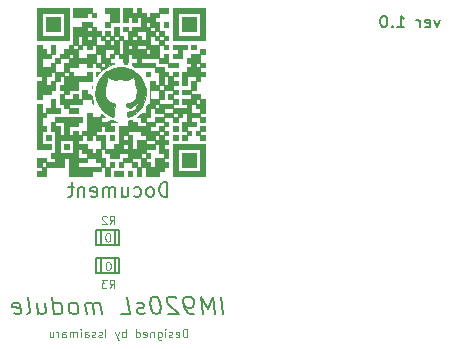
<source format=gbr>
%TF.GenerationSoftware,KiCad,Pcbnew,(5.1.10)-1*%
%TF.CreationDate,2022-10-31T01:55:02+09:00*%
%TF.ProjectId,IM920sL_module,494d3932-3073-44c5-9f6d-6f64756c652e,rev?*%
%TF.SameCoordinates,Original*%
%TF.FileFunction,Legend,Bot*%
%TF.FilePolarity,Positive*%
%FSLAX46Y46*%
G04 Gerber Fmt 4.6, Leading zero omitted, Abs format (unit mm)*
G04 Created by KiCad (PCBNEW (5.1.10)-1) date 2022-10-31 01:55:02*
%MOMM*%
%LPD*%
G01*
G04 APERTURE LIST*
%ADD10C,0.100000*%
%ADD11C,0.200000*%
%ADD12C,0.150000*%
%ADD13C,0.010000*%
%ADD14C,0.127000*%
G04 APERTURE END LIST*
D10*
X147283333Y-118026666D02*
X147283333Y-117326666D01*
X147116666Y-117326666D01*
X147016666Y-117360000D01*
X146950000Y-117426666D01*
X146916666Y-117493333D01*
X146883333Y-117626666D01*
X146883333Y-117726666D01*
X146916666Y-117860000D01*
X146950000Y-117926666D01*
X147016666Y-117993333D01*
X147116666Y-118026666D01*
X147283333Y-118026666D01*
X146316666Y-117993333D02*
X146383333Y-118026666D01*
X146516666Y-118026666D01*
X146583333Y-117993333D01*
X146616666Y-117926666D01*
X146616666Y-117660000D01*
X146583333Y-117593333D01*
X146516666Y-117560000D01*
X146383333Y-117560000D01*
X146316666Y-117593333D01*
X146283333Y-117660000D01*
X146283333Y-117726666D01*
X146616666Y-117793333D01*
X146016666Y-117993333D02*
X145950000Y-118026666D01*
X145816666Y-118026666D01*
X145750000Y-117993333D01*
X145716666Y-117926666D01*
X145716666Y-117893333D01*
X145750000Y-117826666D01*
X145816666Y-117793333D01*
X145916666Y-117793333D01*
X145983333Y-117760000D01*
X146016666Y-117693333D01*
X146016666Y-117660000D01*
X145983333Y-117593333D01*
X145916666Y-117560000D01*
X145816666Y-117560000D01*
X145750000Y-117593333D01*
X145416666Y-118026666D02*
X145416666Y-117560000D01*
X145416666Y-117326666D02*
X145450000Y-117360000D01*
X145416666Y-117393333D01*
X145383333Y-117360000D01*
X145416666Y-117326666D01*
X145416666Y-117393333D01*
X144783333Y-117560000D02*
X144783333Y-118126666D01*
X144816666Y-118193333D01*
X144850000Y-118226666D01*
X144916666Y-118260000D01*
X145016666Y-118260000D01*
X145083333Y-118226666D01*
X144783333Y-117993333D02*
X144850000Y-118026666D01*
X144983333Y-118026666D01*
X145050000Y-117993333D01*
X145083333Y-117960000D01*
X145116666Y-117893333D01*
X145116666Y-117693333D01*
X145083333Y-117626666D01*
X145050000Y-117593333D01*
X144983333Y-117560000D01*
X144850000Y-117560000D01*
X144783333Y-117593333D01*
X144450000Y-117560000D02*
X144450000Y-118026666D01*
X144450000Y-117626666D02*
X144416666Y-117593333D01*
X144350000Y-117560000D01*
X144250000Y-117560000D01*
X144183333Y-117593333D01*
X144150000Y-117660000D01*
X144150000Y-118026666D01*
X143550000Y-117993333D02*
X143616666Y-118026666D01*
X143750000Y-118026666D01*
X143816666Y-117993333D01*
X143850000Y-117926666D01*
X143850000Y-117660000D01*
X143816666Y-117593333D01*
X143750000Y-117560000D01*
X143616666Y-117560000D01*
X143550000Y-117593333D01*
X143516666Y-117660000D01*
X143516666Y-117726666D01*
X143850000Y-117793333D01*
X142916666Y-118026666D02*
X142916666Y-117326666D01*
X142916666Y-117993333D02*
X142983333Y-118026666D01*
X143116666Y-118026666D01*
X143183333Y-117993333D01*
X143216666Y-117960000D01*
X143250000Y-117893333D01*
X143250000Y-117693333D01*
X143216666Y-117626666D01*
X143183333Y-117593333D01*
X143116666Y-117560000D01*
X142983333Y-117560000D01*
X142916666Y-117593333D01*
X142050000Y-118026666D02*
X142050000Y-117326666D01*
X142050000Y-117593333D02*
X141983333Y-117560000D01*
X141850000Y-117560000D01*
X141783333Y-117593333D01*
X141750000Y-117626666D01*
X141716666Y-117693333D01*
X141716666Y-117893333D01*
X141750000Y-117960000D01*
X141783333Y-117993333D01*
X141850000Y-118026666D01*
X141983333Y-118026666D01*
X142050000Y-117993333D01*
X141483333Y-117560000D02*
X141316666Y-118026666D01*
X141150000Y-117560000D02*
X141316666Y-118026666D01*
X141383333Y-118193333D01*
X141416666Y-118226666D01*
X141483333Y-118260000D01*
X140350000Y-118026666D02*
X140350000Y-117326666D01*
X140050000Y-117993333D02*
X139983333Y-118026666D01*
X139850000Y-118026666D01*
X139783333Y-117993333D01*
X139750000Y-117926666D01*
X139750000Y-117893333D01*
X139783333Y-117826666D01*
X139850000Y-117793333D01*
X139950000Y-117793333D01*
X140016666Y-117760000D01*
X140050000Y-117693333D01*
X140050000Y-117660000D01*
X140016666Y-117593333D01*
X139950000Y-117560000D01*
X139850000Y-117560000D01*
X139783333Y-117593333D01*
X139483333Y-117993333D02*
X139416666Y-118026666D01*
X139283333Y-118026666D01*
X139216666Y-117993333D01*
X139183333Y-117926666D01*
X139183333Y-117893333D01*
X139216666Y-117826666D01*
X139283333Y-117793333D01*
X139383333Y-117793333D01*
X139450000Y-117760000D01*
X139483333Y-117693333D01*
X139483333Y-117660000D01*
X139450000Y-117593333D01*
X139383333Y-117560000D01*
X139283333Y-117560000D01*
X139216666Y-117593333D01*
X138583333Y-118026666D02*
X138583333Y-117660000D01*
X138616666Y-117593333D01*
X138683333Y-117560000D01*
X138816666Y-117560000D01*
X138883333Y-117593333D01*
X138583333Y-117993333D02*
X138650000Y-118026666D01*
X138816666Y-118026666D01*
X138883333Y-117993333D01*
X138916666Y-117926666D01*
X138916666Y-117860000D01*
X138883333Y-117793333D01*
X138816666Y-117760000D01*
X138650000Y-117760000D01*
X138583333Y-117726666D01*
X138250000Y-118026666D02*
X138250000Y-117560000D01*
X138250000Y-117326666D02*
X138283333Y-117360000D01*
X138250000Y-117393333D01*
X138216666Y-117360000D01*
X138250000Y-117326666D01*
X138250000Y-117393333D01*
X137916666Y-118026666D02*
X137916666Y-117560000D01*
X137916666Y-117626666D02*
X137883333Y-117593333D01*
X137816666Y-117560000D01*
X137716666Y-117560000D01*
X137650000Y-117593333D01*
X137616666Y-117660000D01*
X137616666Y-118026666D01*
X137616666Y-117660000D02*
X137583333Y-117593333D01*
X137516666Y-117560000D01*
X137416666Y-117560000D01*
X137350000Y-117593333D01*
X137316666Y-117660000D01*
X137316666Y-118026666D01*
X136683333Y-118026666D02*
X136683333Y-117660000D01*
X136716666Y-117593333D01*
X136783333Y-117560000D01*
X136916666Y-117560000D01*
X136983333Y-117593333D01*
X136683333Y-117993333D02*
X136750000Y-118026666D01*
X136916666Y-118026666D01*
X136983333Y-117993333D01*
X137016666Y-117926666D01*
X137016666Y-117860000D01*
X136983333Y-117793333D01*
X136916666Y-117760000D01*
X136750000Y-117760000D01*
X136683333Y-117726666D01*
X136350000Y-118026666D02*
X136350000Y-117560000D01*
X136350000Y-117693333D02*
X136316666Y-117626666D01*
X136283333Y-117593333D01*
X136216666Y-117560000D01*
X136150000Y-117560000D01*
X135616666Y-117560000D02*
X135616666Y-118026666D01*
X135916666Y-117560000D02*
X135916666Y-117926666D01*
X135883333Y-117993333D01*
X135816666Y-118026666D01*
X135716666Y-118026666D01*
X135650000Y-117993333D01*
X135616666Y-117960000D01*
D11*
X150315089Y-116078571D02*
X150127589Y-114578571D01*
X149600803Y-116078571D02*
X149413303Y-114578571D01*
X149047232Y-115650000D01*
X148413303Y-114578571D01*
X148600803Y-116078571D01*
X147815089Y-116078571D02*
X147529375Y-116078571D01*
X147377589Y-116007142D01*
X147297232Y-115935714D01*
X147127589Y-115721428D01*
X147020446Y-115435714D01*
X146949017Y-114864285D01*
X147002589Y-114721428D01*
X147065089Y-114650000D01*
X147199017Y-114578571D01*
X147484732Y-114578571D01*
X147636517Y-114650000D01*
X147716875Y-114721428D01*
X147806160Y-114864285D01*
X147850803Y-115221428D01*
X147797232Y-115364285D01*
X147734732Y-115435714D01*
X147600803Y-115507142D01*
X147315089Y-115507142D01*
X147163303Y-115435714D01*
X147082946Y-115364285D01*
X146993660Y-115221428D01*
X146359732Y-114721428D02*
X146279375Y-114650000D01*
X146127589Y-114578571D01*
X145770446Y-114578571D01*
X145636517Y-114650000D01*
X145574017Y-114721428D01*
X145520446Y-114864285D01*
X145538303Y-115007142D01*
X145636517Y-115221428D01*
X146600803Y-116078571D01*
X145672232Y-116078571D01*
X144556160Y-114578571D02*
X144413303Y-114578571D01*
X144279375Y-114650000D01*
X144216875Y-114721428D01*
X144163303Y-114864285D01*
X144127589Y-115150000D01*
X144172232Y-115507142D01*
X144279375Y-115792857D01*
X144368660Y-115935714D01*
X144449017Y-116007142D01*
X144600803Y-116078571D01*
X144743660Y-116078571D01*
X144877589Y-116007142D01*
X144940089Y-115935714D01*
X144993660Y-115792857D01*
X145029375Y-115507142D01*
X144984732Y-115150000D01*
X144877589Y-114864285D01*
X144788303Y-114721428D01*
X144707946Y-114650000D01*
X144556160Y-114578571D01*
X143663303Y-116007142D02*
X143529375Y-116078571D01*
X143243660Y-116078571D01*
X143091875Y-116007142D01*
X143002589Y-115864285D01*
X142993660Y-115792857D01*
X143047232Y-115650000D01*
X143181160Y-115578571D01*
X143395446Y-115578571D01*
X143529375Y-115507142D01*
X143582946Y-115364285D01*
X143574017Y-115292857D01*
X143484732Y-115150000D01*
X143332946Y-115078571D01*
X143118660Y-115078571D01*
X142984732Y-115150000D01*
X141672232Y-116078571D02*
X142386517Y-116078571D01*
X142199017Y-114578571D01*
X140029375Y-116078571D02*
X139904375Y-115078571D01*
X139922232Y-115221428D02*
X139841875Y-115150000D01*
X139690089Y-115078571D01*
X139475803Y-115078571D01*
X139341875Y-115150000D01*
X139288303Y-115292857D01*
X139386517Y-116078571D01*
X139288303Y-115292857D02*
X139199017Y-115150000D01*
X139047232Y-115078571D01*
X138832946Y-115078571D01*
X138699017Y-115150000D01*
X138645446Y-115292857D01*
X138743660Y-116078571D01*
X137815089Y-116078571D02*
X137949017Y-116007142D01*
X138011517Y-115935714D01*
X138065089Y-115792857D01*
X138011517Y-115364285D01*
X137922232Y-115221428D01*
X137841875Y-115150000D01*
X137690089Y-115078571D01*
X137475803Y-115078571D01*
X137341875Y-115150000D01*
X137279375Y-115221428D01*
X137225803Y-115364285D01*
X137279375Y-115792857D01*
X137368660Y-115935714D01*
X137449017Y-116007142D01*
X137600803Y-116078571D01*
X137815089Y-116078571D01*
X136029375Y-116078571D02*
X135841875Y-114578571D01*
X136020446Y-116007142D02*
X136172232Y-116078571D01*
X136457946Y-116078571D01*
X136591875Y-116007142D01*
X136654375Y-115935714D01*
X136707946Y-115792857D01*
X136654375Y-115364285D01*
X136565089Y-115221428D01*
X136484732Y-115150000D01*
X136332946Y-115078571D01*
X136047232Y-115078571D01*
X135913303Y-115150000D01*
X134547232Y-115078571D02*
X134672232Y-116078571D01*
X135190089Y-115078571D02*
X135288303Y-115864285D01*
X135234732Y-116007142D01*
X135100803Y-116078571D01*
X134886517Y-116078571D01*
X134734732Y-116007142D01*
X134654375Y-115935714D01*
X133743660Y-116078571D02*
X133877589Y-116007142D01*
X133931160Y-115864285D01*
X133770446Y-114578571D01*
X132591875Y-116007142D02*
X132743660Y-116078571D01*
X133029375Y-116078571D01*
X133163303Y-116007142D01*
X133216875Y-115864285D01*
X133145446Y-115292857D01*
X133056160Y-115150000D01*
X132904375Y-115078571D01*
X132618660Y-115078571D01*
X132484732Y-115150000D01*
X132431160Y-115292857D01*
X132449017Y-115435714D01*
X133181160Y-115578571D01*
D12*
X168677619Y-91125714D02*
X168439523Y-91792380D01*
X168201428Y-91125714D01*
X167439523Y-91744761D02*
X167534761Y-91792380D01*
X167725238Y-91792380D01*
X167820476Y-91744761D01*
X167868095Y-91649523D01*
X167868095Y-91268571D01*
X167820476Y-91173333D01*
X167725238Y-91125714D01*
X167534761Y-91125714D01*
X167439523Y-91173333D01*
X167391904Y-91268571D01*
X167391904Y-91363809D01*
X167868095Y-91459047D01*
X166963333Y-91792380D02*
X166963333Y-91125714D01*
X166963333Y-91316190D02*
X166915714Y-91220952D01*
X166868095Y-91173333D01*
X166772857Y-91125714D01*
X166677619Y-91125714D01*
X165058571Y-91792380D02*
X165630000Y-91792380D01*
X165344285Y-91792380D02*
X165344285Y-90792380D01*
X165439523Y-90935238D01*
X165534761Y-91030476D01*
X165630000Y-91078095D01*
X164630000Y-91697142D02*
X164582380Y-91744761D01*
X164630000Y-91792380D01*
X164677619Y-91744761D01*
X164630000Y-91697142D01*
X164630000Y-91792380D01*
X163963333Y-90792380D02*
X163868095Y-90792380D01*
X163772857Y-90840000D01*
X163725238Y-90887619D01*
X163677619Y-90982857D01*
X163630000Y-91173333D01*
X163630000Y-91411428D01*
X163677619Y-91601904D01*
X163725238Y-91697142D01*
X163772857Y-91744761D01*
X163868095Y-91792380D01*
X163963333Y-91792380D01*
X164058571Y-91744761D01*
X164106190Y-91697142D01*
X164153809Y-91601904D01*
X164201428Y-91411428D01*
X164201428Y-91173333D01*
X164153809Y-90982857D01*
X164106190Y-90887619D01*
X164058571Y-90840000D01*
X163963333Y-90792380D01*
D11*
X145594285Y-106112857D02*
X145594285Y-104912857D01*
X145308571Y-104912857D01*
X145137142Y-104970000D01*
X145022857Y-105084285D01*
X144965714Y-105198571D01*
X144908571Y-105427142D01*
X144908571Y-105598571D01*
X144965714Y-105827142D01*
X145022857Y-105941428D01*
X145137142Y-106055714D01*
X145308571Y-106112857D01*
X145594285Y-106112857D01*
X144222857Y-106112857D02*
X144337142Y-106055714D01*
X144394285Y-105998571D01*
X144451428Y-105884285D01*
X144451428Y-105541428D01*
X144394285Y-105427142D01*
X144337142Y-105370000D01*
X144222857Y-105312857D01*
X144051428Y-105312857D01*
X143937142Y-105370000D01*
X143880000Y-105427142D01*
X143822857Y-105541428D01*
X143822857Y-105884285D01*
X143880000Y-105998571D01*
X143937142Y-106055714D01*
X144051428Y-106112857D01*
X144222857Y-106112857D01*
X142794285Y-106055714D02*
X142908571Y-106112857D01*
X143137142Y-106112857D01*
X143251428Y-106055714D01*
X143308571Y-105998571D01*
X143365714Y-105884285D01*
X143365714Y-105541428D01*
X143308571Y-105427142D01*
X143251428Y-105370000D01*
X143137142Y-105312857D01*
X142908571Y-105312857D01*
X142794285Y-105370000D01*
X141765714Y-105312857D02*
X141765714Y-106112857D01*
X142280000Y-105312857D02*
X142280000Y-105941428D01*
X142222857Y-106055714D01*
X142108571Y-106112857D01*
X141937142Y-106112857D01*
X141822857Y-106055714D01*
X141765714Y-105998571D01*
X141194285Y-106112857D02*
X141194285Y-105312857D01*
X141194285Y-105427142D02*
X141137142Y-105370000D01*
X141022857Y-105312857D01*
X140851428Y-105312857D01*
X140737142Y-105370000D01*
X140680000Y-105484285D01*
X140680000Y-106112857D01*
X140680000Y-105484285D02*
X140622857Y-105370000D01*
X140508571Y-105312857D01*
X140337142Y-105312857D01*
X140222857Y-105370000D01*
X140165714Y-105484285D01*
X140165714Y-106112857D01*
X139137142Y-106055714D02*
X139251428Y-106112857D01*
X139480000Y-106112857D01*
X139594285Y-106055714D01*
X139651428Y-105941428D01*
X139651428Y-105484285D01*
X139594285Y-105370000D01*
X139480000Y-105312857D01*
X139251428Y-105312857D01*
X139137142Y-105370000D01*
X139080000Y-105484285D01*
X139080000Y-105598571D01*
X139651428Y-105712857D01*
X138565714Y-105312857D02*
X138565714Y-106112857D01*
X138565714Y-105427142D02*
X138508571Y-105370000D01*
X138394285Y-105312857D01*
X138222857Y-105312857D01*
X138108571Y-105370000D01*
X138051428Y-105484285D01*
X138051428Y-106112857D01*
X137651428Y-105312857D02*
X137194285Y-105312857D01*
X137480000Y-104912857D02*
X137480000Y-105941428D01*
X137422857Y-106055714D01*
X137308571Y-106112857D01*
X137194285Y-106112857D01*
D13*
%TO.C,G\u002A\u002A\u002A*%
G36*
X146069056Y-104362831D02*
G01*
X148752830Y-104362831D01*
X148752830Y-102062453D01*
X148369433Y-102062453D01*
X148369433Y-103979434D01*
X146452452Y-103979434D01*
X146452452Y-102062453D01*
X148369433Y-102062453D01*
X148752830Y-102062453D01*
X148752830Y-101679057D01*
X146069056Y-101679057D01*
X146069056Y-104362831D01*
G37*
X146069056Y-104362831D02*
X148752830Y-104362831D01*
X148752830Y-102062453D01*
X148369433Y-102062453D01*
X148369433Y-103979434D01*
X146452452Y-103979434D01*
X146452452Y-102062453D01*
X148369433Y-102062453D01*
X148752830Y-102062453D01*
X148752830Y-101679057D01*
X146069056Y-101679057D01*
X146069056Y-104362831D01*
G36*
X148369433Y-99762076D02*
G01*
X148752830Y-99762076D01*
X148752830Y-99378680D01*
X148369433Y-99378680D01*
X148369433Y-99762076D01*
G37*
X148369433Y-99762076D02*
X148752830Y-99762076D01*
X148752830Y-99378680D01*
X148369433Y-99378680D01*
X148369433Y-99762076D01*
G36*
X141468301Y-103596038D02*
G01*
X141851698Y-103596038D01*
X141851698Y-103212642D01*
X141468301Y-103212642D01*
X141468301Y-103596038D01*
G37*
X141468301Y-103596038D02*
X141851698Y-103596038D01*
X141851698Y-103212642D01*
X141468301Y-103212642D01*
X141468301Y-103596038D01*
G36*
X140701509Y-103596038D02*
G01*
X141084905Y-103596038D01*
X141084905Y-103212642D01*
X140701509Y-103212642D01*
X140701509Y-103596038D01*
G37*
X140701509Y-103596038D02*
X141084905Y-103596038D01*
X141084905Y-103212642D01*
X140701509Y-103212642D01*
X140701509Y-103596038D01*
G36*
X146835849Y-101295661D02*
G01*
X147219245Y-101295661D01*
X147219245Y-100912265D01*
X146835849Y-100912265D01*
X146835849Y-101295661D01*
G37*
X146835849Y-101295661D02*
X147219245Y-101295661D01*
X147219245Y-100912265D01*
X146835849Y-100912265D01*
X146835849Y-101295661D01*
G36*
X147219245Y-100912265D02*
G01*
X147602641Y-100912265D01*
X147602641Y-100528868D01*
X147219245Y-100528868D01*
X147219245Y-100912265D01*
G37*
X147219245Y-100912265D02*
X147602641Y-100912265D01*
X147602641Y-100528868D01*
X147219245Y-100528868D01*
X147219245Y-100912265D01*
G36*
X137250943Y-98995284D02*
G01*
X138017735Y-98995284D01*
X138017735Y-98611887D01*
X137250943Y-98611887D01*
X137250943Y-98995284D01*
G37*
X137250943Y-98995284D02*
X138017735Y-98995284D01*
X138017735Y-98611887D01*
X137250943Y-98611887D01*
X137250943Y-98995284D01*
G36*
X137634339Y-97845095D02*
G01*
X136867547Y-97845095D01*
X136867547Y-97461699D01*
X136484150Y-97461699D01*
X136484150Y-98228491D01*
X136867547Y-98228491D01*
X136867547Y-98611887D01*
X137250943Y-98611887D01*
X137250943Y-98228491D01*
X138401132Y-98228491D01*
X138401132Y-97845095D01*
X138017735Y-97845095D01*
X138017735Y-97461699D01*
X137634339Y-97461699D01*
X137634339Y-97845095D01*
G37*
X137634339Y-97845095D02*
X136867547Y-97845095D01*
X136867547Y-97461699D01*
X136484150Y-97461699D01*
X136484150Y-98228491D01*
X136867547Y-98228491D01*
X136867547Y-98611887D01*
X137250943Y-98611887D01*
X137250943Y-98228491D01*
X138401132Y-98228491D01*
X138401132Y-97845095D01*
X138017735Y-97845095D01*
X138017735Y-97461699D01*
X137634339Y-97461699D01*
X137634339Y-97845095D01*
G36*
X138401132Y-97845095D02*
G01*
X139167924Y-97845095D01*
X139167924Y-98036793D01*
X139176192Y-98162585D01*
X139209028Y-98218083D01*
X139261280Y-98228491D01*
X139320861Y-98218498D01*
X139330672Y-98170687D01*
X139302664Y-98072736D01*
X139255469Y-97952973D01*
X139211608Y-97874125D01*
X139209308Y-97871453D01*
X139182222Y-97796948D01*
X139168386Y-97671460D01*
X139167924Y-97643812D01*
X139162885Y-97527240D01*
X139129327Y-97475441D01*
X139039583Y-97462132D01*
X138976226Y-97461699D01*
X138784528Y-97461699D01*
X138784528Y-97078302D01*
X138401132Y-97078302D01*
X138401132Y-97845095D01*
G37*
X138401132Y-97845095D02*
X139167924Y-97845095D01*
X139167924Y-98036793D01*
X139176192Y-98162585D01*
X139209028Y-98218083D01*
X139261280Y-98228491D01*
X139320861Y-98218498D01*
X139330672Y-98170687D01*
X139302664Y-98072736D01*
X139255469Y-97952973D01*
X139211608Y-97874125D01*
X139209308Y-97871453D01*
X139182222Y-97796948D01*
X139168386Y-97671460D01*
X139167924Y-97643812D01*
X139162885Y-97527240D01*
X139129327Y-97475441D01*
X139039583Y-97462132D01*
X138976226Y-97461699D01*
X138784528Y-97461699D01*
X138784528Y-97078302D01*
X138401132Y-97078302D01*
X138401132Y-97845095D01*
G36*
X146835849Y-97461699D02*
G01*
X147602641Y-97461699D01*
X147602641Y-97078302D01*
X146835849Y-97078302D01*
X146835849Y-97461699D01*
G37*
X146835849Y-97461699D02*
X147602641Y-97461699D01*
X147602641Y-97078302D01*
X146835849Y-97078302D01*
X146835849Y-97461699D01*
G36*
X147602641Y-97078302D02*
G01*
X147986037Y-97078302D01*
X147986037Y-96311510D01*
X147602641Y-96311510D01*
X147602641Y-97078302D01*
G37*
X147602641Y-97078302D02*
X147986037Y-97078302D01*
X147986037Y-96311510D01*
X147602641Y-96311510D01*
X147602641Y-97078302D01*
G36*
X147602641Y-94394529D02*
G01*
X147219245Y-94394529D01*
X147219245Y-94777925D01*
X147602641Y-94777925D01*
X147602641Y-95161321D01*
X147219245Y-95161321D01*
X147219245Y-95544717D01*
X146835849Y-95544717D01*
X146835849Y-96694906D01*
X147219245Y-96694906D01*
X147219245Y-95928114D01*
X147986037Y-95928114D01*
X147986037Y-96311510D01*
X148369433Y-96311510D01*
X148369433Y-95928114D01*
X148752830Y-95928114D01*
X148752830Y-95544717D01*
X148369433Y-95544717D01*
X148369433Y-95161321D01*
X148752830Y-95161321D01*
X148752830Y-94777925D01*
X148369433Y-94777925D01*
X148369433Y-95161321D01*
X147986037Y-95161321D01*
X147986037Y-94777925D01*
X148369433Y-94777925D01*
X148369433Y-94011133D01*
X147602641Y-94011133D01*
X147602641Y-94394529D01*
G37*
X147602641Y-94394529D02*
X147219245Y-94394529D01*
X147219245Y-94777925D01*
X147602641Y-94777925D01*
X147602641Y-95161321D01*
X147219245Y-95161321D01*
X147219245Y-95544717D01*
X146835849Y-95544717D01*
X146835849Y-96694906D01*
X147219245Y-96694906D01*
X147219245Y-95928114D01*
X147986037Y-95928114D01*
X147986037Y-96311510D01*
X148369433Y-96311510D01*
X148369433Y-95928114D01*
X148752830Y-95928114D01*
X148752830Y-95544717D01*
X148369433Y-95544717D01*
X148369433Y-95161321D01*
X148752830Y-95161321D01*
X148752830Y-94777925D01*
X148369433Y-94777925D01*
X148369433Y-95161321D01*
X147986037Y-95161321D01*
X147986037Y-94777925D01*
X148369433Y-94777925D01*
X148369433Y-94011133D01*
X147602641Y-94011133D01*
X147602641Y-94394529D01*
G36*
X146069056Y-95928114D02*
G01*
X146452452Y-95928114D01*
X146452452Y-95544717D01*
X146069056Y-95544717D01*
X146069056Y-95928114D01*
G37*
X146069056Y-95928114D02*
X146452452Y-95928114D01*
X146452452Y-95544717D01*
X146069056Y-95544717D01*
X146069056Y-95928114D01*
G36*
X145685660Y-95161321D02*
G01*
X146452452Y-95161321D01*
X146452452Y-94777925D01*
X145685660Y-94777925D01*
X145685660Y-95161321D01*
G37*
X145685660Y-95161321D02*
X146452452Y-95161321D01*
X146452452Y-94777925D01*
X145685660Y-94777925D01*
X145685660Y-95161321D01*
G36*
X145302264Y-94394529D02*
G01*
X144918867Y-94394529D01*
X144918867Y-94777925D01*
X145685660Y-94777925D01*
X145685660Y-94011133D01*
X145302264Y-94011133D01*
X145302264Y-94394529D01*
G37*
X145302264Y-94394529D02*
X144918867Y-94394529D01*
X144918867Y-94777925D01*
X145685660Y-94777925D01*
X145685660Y-94011133D01*
X145302264Y-94011133D01*
X145302264Y-94394529D01*
G36*
X148369433Y-94011133D02*
G01*
X148752830Y-94011133D01*
X148752830Y-93627736D01*
X148369433Y-93627736D01*
X148369433Y-94011133D01*
G37*
X148369433Y-94011133D02*
X148752830Y-94011133D01*
X148752830Y-93627736D01*
X148369433Y-93627736D01*
X148369433Y-94011133D01*
G36*
X144918867Y-90560567D02*
G01*
X145685660Y-90560567D01*
X145685660Y-90177170D01*
X144918867Y-90177170D01*
X144918867Y-90560567D01*
G37*
X144918867Y-90560567D02*
X145685660Y-90560567D01*
X145685660Y-90177170D01*
X144918867Y-90177170D01*
X144918867Y-90560567D01*
G36*
X140318113Y-104362831D02*
G01*
X140701509Y-104362831D01*
X140701509Y-103596038D01*
X140318113Y-103596038D01*
X140318113Y-104362831D01*
G37*
X140318113Y-104362831D02*
X140701509Y-104362831D01*
X140701509Y-103596038D01*
X140318113Y-103596038D01*
X140318113Y-104362831D01*
G36*
X148369433Y-98995284D02*
G01*
X148752830Y-98995284D01*
X148752830Y-98611887D01*
X148369433Y-98611887D01*
X148369433Y-98995284D01*
X147602641Y-98995284D01*
X147602641Y-98228491D01*
X147986037Y-98228491D01*
X147986037Y-98611887D01*
X148369433Y-98611887D01*
X148752830Y-98611887D01*
X148752830Y-97845095D01*
X148369433Y-97845095D01*
X148369433Y-98228491D01*
X147986037Y-98228491D01*
X147986037Y-97845095D01*
X148369433Y-97845095D01*
X148369433Y-97461699D01*
X147602641Y-97461699D01*
X147602641Y-97845095D01*
X146835849Y-97845095D01*
X146835849Y-98228491D01*
X147219245Y-98228491D01*
X147219245Y-98611887D01*
X146069056Y-98611887D01*
X146069056Y-98995284D01*
X145302264Y-98995284D01*
X145302264Y-99378680D01*
X144535471Y-99378680D01*
X144535471Y-99762076D01*
X143768679Y-99762076D01*
X143768679Y-99378680D01*
X144152075Y-99378680D01*
X144152075Y-98611887D01*
X144535471Y-98611887D01*
X144535471Y-98995284D01*
X145302264Y-98995284D01*
X145302264Y-98611887D01*
X146069056Y-98611887D01*
X146069056Y-98228491D01*
X146452452Y-98228491D01*
X146452452Y-97845095D01*
X146069056Y-97845095D01*
X146069056Y-97461699D01*
X146452452Y-97461699D01*
X146452452Y-97078302D01*
X146069056Y-97078302D01*
X146069056Y-97461699D01*
X145685660Y-97461699D01*
X145685660Y-97845095D01*
X146069056Y-97845095D01*
X146069056Y-98228491D01*
X144918867Y-98228491D01*
X144918867Y-98611887D01*
X144535471Y-98611887D01*
X144535471Y-98228491D01*
X144918867Y-98228491D01*
X144918867Y-97845095D01*
X144152075Y-97845095D01*
X144152075Y-97078302D01*
X144918867Y-97078302D01*
X144918867Y-96694906D01*
X145302264Y-96694906D01*
X145302264Y-97078302D01*
X146069056Y-97078302D01*
X146069056Y-96694906D01*
X146452452Y-96694906D01*
X146452452Y-96311510D01*
X146069056Y-96311510D01*
X146069056Y-95928114D01*
X145685660Y-95928114D01*
X145685660Y-96694906D01*
X145302264Y-96694906D01*
X145302264Y-95928114D01*
X145685660Y-95928114D01*
X145685660Y-95544717D01*
X145302264Y-95544717D01*
X145302264Y-95161321D01*
X144535471Y-95161321D01*
X144535471Y-95544717D01*
X144918867Y-95544717D01*
X144918867Y-96694906D01*
X144535471Y-96694906D01*
X144535471Y-96311510D01*
X144152075Y-96311510D01*
X144152075Y-96503208D01*
X144144098Y-96623282D01*
X144124173Y-96690035D01*
X144116132Y-96694902D01*
X144102256Y-96739734D01*
X144090869Y-96861887D01*
X144083127Y-97042840D01*
X144080190Y-97264075D01*
X144080188Y-97269977D01*
X144082990Y-97491987D01*
X144090625Y-97674182D01*
X144101935Y-97798041D01*
X144115763Y-97845045D01*
X144116132Y-97845075D01*
X144138646Y-97887632D01*
X144151162Y-97993910D01*
X144152075Y-98036793D01*
X144145092Y-98160758D01*
X144113907Y-98215813D01*
X144043168Y-98228488D01*
X144041140Y-98228491D01*
X143938942Y-98272468D01*
X143851018Y-98388684D01*
X143788920Y-98553570D01*
X143764197Y-98743553D01*
X143765178Y-98791604D01*
X143775918Y-98995284D01*
X143592581Y-98997249D01*
X143460396Y-99015160D01*
X143337007Y-99076933D01*
X143199402Y-99188947D01*
X142989559Y-99378680D01*
X143385283Y-99378680D01*
X143385283Y-99762076D01*
X143768679Y-99762076D01*
X143768679Y-100145472D01*
X143001886Y-100145472D01*
X143001886Y-99762076D01*
X142810188Y-99762076D01*
X142685399Y-99754453D01*
X142630110Y-99722544D01*
X142618490Y-99661100D01*
X142598622Y-99588131D01*
X142542151Y-99589417D01*
X142434719Y-99624489D01*
X142350453Y-99647664D01*
X142280553Y-99676548D01*
X142246338Y-99735721D01*
X142235580Y-99853099D01*
X142235094Y-99911045D01*
X142235094Y-100145472D01*
X141468301Y-100145472D01*
X141468301Y-101679057D01*
X141084905Y-101679057D01*
X141084905Y-102062453D01*
X140318113Y-102062453D01*
X140318113Y-102445850D01*
X140701509Y-102445850D01*
X140701509Y-102829246D01*
X141468301Y-102829246D01*
X141468301Y-102445850D01*
X142235094Y-102445850D01*
X142235094Y-102829246D01*
X141851698Y-102829246D01*
X141851698Y-103212642D01*
X142618490Y-103212642D01*
X142618490Y-103596038D01*
X143001886Y-103596038D01*
X143001886Y-104362831D01*
X143385283Y-104362831D01*
X143385283Y-103596038D01*
X143768679Y-103596038D01*
X143768679Y-104362831D01*
X144918867Y-104362831D01*
X144918867Y-103979434D01*
X145302264Y-103979434D01*
X145302264Y-103596038D01*
X145685660Y-103596038D01*
X145685660Y-103212642D01*
X145302264Y-103212642D01*
X145302264Y-102829246D01*
X145685660Y-102829246D01*
X145685660Y-102445850D01*
X145302264Y-102445850D01*
X145302264Y-102829246D01*
X144535471Y-102829246D01*
X144535471Y-103596038D01*
X144152075Y-103596038D01*
X144152075Y-103212642D01*
X143768679Y-103212642D01*
X143768679Y-102829246D01*
X143385283Y-102829246D01*
X143385283Y-103596038D01*
X143001886Y-103596038D01*
X143001886Y-103212642D01*
X142618490Y-103212642D01*
X142618490Y-102829246D01*
X143385283Y-102829246D01*
X143385283Y-102445850D01*
X143768679Y-102445850D01*
X143768679Y-102062453D01*
X144535471Y-102062453D01*
X144535471Y-101679057D01*
X144918867Y-101679057D01*
X144918867Y-102445850D01*
X145302264Y-102445850D01*
X145685660Y-102445850D01*
X145685660Y-102062453D01*
X145302264Y-102062453D01*
X145302264Y-101679057D01*
X145685660Y-101679057D01*
X145685660Y-101295661D01*
X145302264Y-101295661D01*
X145302264Y-100912265D01*
X145685660Y-100912265D01*
X145685660Y-100528868D01*
X145302264Y-100528868D01*
X145302264Y-100912265D01*
X144918867Y-100912265D01*
X144918867Y-101295661D01*
X144535471Y-101295661D01*
X144535471Y-101679057D01*
X143768679Y-101679057D01*
X143768679Y-101295661D01*
X144535471Y-101295661D01*
X144535471Y-100912265D01*
X143768679Y-100912265D01*
X143768679Y-101295661D01*
X143001886Y-101295661D01*
X143001886Y-102062453D01*
X142618490Y-102062453D01*
X142618490Y-101679057D01*
X142235094Y-101679057D01*
X142235094Y-102062453D01*
X141851698Y-102062453D01*
X141851698Y-101679057D01*
X142235094Y-101679057D01*
X142618490Y-101679057D01*
X142618490Y-100912265D01*
X142235094Y-100912265D01*
X142235094Y-101295661D01*
X141851698Y-101295661D01*
X141851698Y-100912265D01*
X142235094Y-100912265D01*
X142235094Y-100528868D01*
X143385283Y-100528868D01*
X143385283Y-100912265D01*
X143768679Y-100912265D01*
X144535471Y-100912265D01*
X144918867Y-100912265D01*
X144918867Y-100528868D01*
X145302264Y-100528868D01*
X145302264Y-100145472D01*
X145685660Y-100145472D01*
X145685660Y-99762076D01*
X145302264Y-99762076D01*
X145302264Y-100145472D01*
X144918867Y-100145472D01*
X144918867Y-100528868D01*
X144152075Y-100528868D01*
X144152075Y-100145472D01*
X144535471Y-100145472D01*
X144535471Y-99762076D01*
X145302264Y-99762076D01*
X145302264Y-99378680D01*
X146069056Y-99378680D01*
X146069056Y-99762076D01*
X146452452Y-99762076D01*
X146452452Y-99378680D01*
X146835849Y-99378680D01*
X146835849Y-98995284D01*
X146452452Y-98995284D01*
X146452452Y-99378680D01*
X146069056Y-99378680D01*
X146069056Y-98995284D01*
X146452452Y-98995284D01*
X146835849Y-98995284D01*
X147219245Y-98995284D01*
X147219245Y-99762076D01*
X146835849Y-99762076D01*
X146835849Y-100528868D01*
X147219245Y-100528868D01*
X147219245Y-100145472D01*
X147986037Y-100145472D01*
X147986037Y-99762076D01*
X147602641Y-99762076D01*
X147602641Y-99378680D01*
X148369433Y-99378680D01*
X148369433Y-98995284D01*
G37*
X148369433Y-98995284D02*
X148752830Y-98995284D01*
X148752830Y-98611887D01*
X148369433Y-98611887D01*
X148369433Y-98995284D01*
X147602641Y-98995284D01*
X147602641Y-98228491D01*
X147986037Y-98228491D01*
X147986037Y-98611887D01*
X148369433Y-98611887D01*
X148752830Y-98611887D01*
X148752830Y-97845095D01*
X148369433Y-97845095D01*
X148369433Y-98228491D01*
X147986037Y-98228491D01*
X147986037Y-97845095D01*
X148369433Y-97845095D01*
X148369433Y-97461699D01*
X147602641Y-97461699D01*
X147602641Y-97845095D01*
X146835849Y-97845095D01*
X146835849Y-98228491D01*
X147219245Y-98228491D01*
X147219245Y-98611887D01*
X146069056Y-98611887D01*
X146069056Y-98995284D01*
X145302264Y-98995284D01*
X145302264Y-99378680D01*
X144535471Y-99378680D01*
X144535471Y-99762076D01*
X143768679Y-99762076D01*
X143768679Y-99378680D01*
X144152075Y-99378680D01*
X144152075Y-98611887D01*
X144535471Y-98611887D01*
X144535471Y-98995284D01*
X145302264Y-98995284D01*
X145302264Y-98611887D01*
X146069056Y-98611887D01*
X146069056Y-98228491D01*
X146452452Y-98228491D01*
X146452452Y-97845095D01*
X146069056Y-97845095D01*
X146069056Y-97461699D01*
X146452452Y-97461699D01*
X146452452Y-97078302D01*
X146069056Y-97078302D01*
X146069056Y-97461699D01*
X145685660Y-97461699D01*
X145685660Y-97845095D01*
X146069056Y-97845095D01*
X146069056Y-98228491D01*
X144918867Y-98228491D01*
X144918867Y-98611887D01*
X144535471Y-98611887D01*
X144535471Y-98228491D01*
X144918867Y-98228491D01*
X144918867Y-97845095D01*
X144152075Y-97845095D01*
X144152075Y-97078302D01*
X144918867Y-97078302D01*
X144918867Y-96694906D01*
X145302264Y-96694906D01*
X145302264Y-97078302D01*
X146069056Y-97078302D01*
X146069056Y-96694906D01*
X146452452Y-96694906D01*
X146452452Y-96311510D01*
X146069056Y-96311510D01*
X146069056Y-95928114D01*
X145685660Y-95928114D01*
X145685660Y-96694906D01*
X145302264Y-96694906D01*
X145302264Y-95928114D01*
X145685660Y-95928114D01*
X145685660Y-95544717D01*
X145302264Y-95544717D01*
X145302264Y-95161321D01*
X144535471Y-95161321D01*
X144535471Y-95544717D01*
X144918867Y-95544717D01*
X144918867Y-96694906D01*
X144535471Y-96694906D01*
X144535471Y-96311510D01*
X144152075Y-96311510D01*
X144152075Y-96503208D01*
X144144098Y-96623282D01*
X144124173Y-96690035D01*
X144116132Y-96694902D01*
X144102256Y-96739734D01*
X144090869Y-96861887D01*
X144083127Y-97042840D01*
X144080190Y-97264075D01*
X144080188Y-97269977D01*
X144082990Y-97491987D01*
X144090625Y-97674182D01*
X144101935Y-97798041D01*
X144115763Y-97845045D01*
X144116132Y-97845075D01*
X144138646Y-97887632D01*
X144151162Y-97993910D01*
X144152075Y-98036793D01*
X144145092Y-98160758D01*
X144113907Y-98215813D01*
X144043168Y-98228488D01*
X144041140Y-98228491D01*
X143938942Y-98272468D01*
X143851018Y-98388684D01*
X143788920Y-98553570D01*
X143764197Y-98743553D01*
X143765178Y-98791604D01*
X143775918Y-98995284D01*
X143592581Y-98997249D01*
X143460396Y-99015160D01*
X143337007Y-99076933D01*
X143199402Y-99188947D01*
X142989559Y-99378680D01*
X143385283Y-99378680D01*
X143385283Y-99762076D01*
X143768679Y-99762076D01*
X143768679Y-100145472D01*
X143001886Y-100145472D01*
X143001886Y-99762076D01*
X142810188Y-99762076D01*
X142685399Y-99754453D01*
X142630110Y-99722544D01*
X142618490Y-99661100D01*
X142598622Y-99588131D01*
X142542151Y-99589417D01*
X142434719Y-99624489D01*
X142350453Y-99647664D01*
X142280553Y-99676548D01*
X142246338Y-99735721D01*
X142235580Y-99853099D01*
X142235094Y-99911045D01*
X142235094Y-100145472D01*
X141468301Y-100145472D01*
X141468301Y-101679057D01*
X141084905Y-101679057D01*
X141084905Y-102062453D01*
X140318113Y-102062453D01*
X140318113Y-102445850D01*
X140701509Y-102445850D01*
X140701509Y-102829246D01*
X141468301Y-102829246D01*
X141468301Y-102445850D01*
X142235094Y-102445850D01*
X142235094Y-102829246D01*
X141851698Y-102829246D01*
X141851698Y-103212642D01*
X142618490Y-103212642D01*
X142618490Y-103596038D01*
X143001886Y-103596038D01*
X143001886Y-104362831D01*
X143385283Y-104362831D01*
X143385283Y-103596038D01*
X143768679Y-103596038D01*
X143768679Y-104362831D01*
X144918867Y-104362831D01*
X144918867Y-103979434D01*
X145302264Y-103979434D01*
X145302264Y-103596038D01*
X145685660Y-103596038D01*
X145685660Y-103212642D01*
X145302264Y-103212642D01*
X145302264Y-102829246D01*
X145685660Y-102829246D01*
X145685660Y-102445850D01*
X145302264Y-102445850D01*
X145302264Y-102829246D01*
X144535471Y-102829246D01*
X144535471Y-103596038D01*
X144152075Y-103596038D01*
X144152075Y-103212642D01*
X143768679Y-103212642D01*
X143768679Y-102829246D01*
X143385283Y-102829246D01*
X143385283Y-103596038D01*
X143001886Y-103596038D01*
X143001886Y-103212642D01*
X142618490Y-103212642D01*
X142618490Y-102829246D01*
X143385283Y-102829246D01*
X143385283Y-102445850D01*
X143768679Y-102445850D01*
X143768679Y-102062453D01*
X144535471Y-102062453D01*
X144535471Y-101679057D01*
X144918867Y-101679057D01*
X144918867Y-102445850D01*
X145302264Y-102445850D01*
X145685660Y-102445850D01*
X145685660Y-102062453D01*
X145302264Y-102062453D01*
X145302264Y-101679057D01*
X145685660Y-101679057D01*
X145685660Y-101295661D01*
X145302264Y-101295661D01*
X145302264Y-100912265D01*
X145685660Y-100912265D01*
X145685660Y-100528868D01*
X145302264Y-100528868D01*
X145302264Y-100912265D01*
X144918867Y-100912265D01*
X144918867Y-101295661D01*
X144535471Y-101295661D01*
X144535471Y-101679057D01*
X143768679Y-101679057D01*
X143768679Y-101295661D01*
X144535471Y-101295661D01*
X144535471Y-100912265D01*
X143768679Y-100912265D01*
X143768679Y-101295661D01*
X143001886Y-101295661D01*
X143001886Y-102062453D01*
X142618490Y-102062453D01*
X142618490Y-101679057D01*
X142235094Y-101679057D01*
X142235094Y-102062453D01*
X141851698Y-102062453D01*
X141851698Y-101679057D01*
X142235094Y-101679057D01*
X142618490Y-101679057D01*
X142618490Y-100912265D01*
X142235094Y-100912265D01*
X142235094Y-101295661D01*
X141851698Y-101295661D01*
X141851698Y-100912265D01*
X142235094Y-100912265D01*
X142235094Y-100528868D01*
X143385283Y-100528868D01*
X143385283Y-100912265D01*
X143768679Y-100912265D01*
X144535471Y-100912265D01*
X144918867Y-100912265D01*
X144918867Y-100528868D01*
X145302264Y-100528868D01*
X145302264Y-100145472D01*
X145685660Y-100145472D01*
X145685660Y-99762076D01*
X145302264Y-99762076D01*
X145302264Y-100145472D01*
X144918867Y-100145472D01*
X144918867Y-100528868D01*
X144152075Y-100528868D01*
X144152075Y-100145472D01*
X144535471Y-100145472D01*
X144535471Y-99762076D01*
X145302264Y-99762076D01*
X145302264Y-99378680D01*
X146069056Y-99378680D01*
X146069056Y-99762076D01*
X146452452Y-99762076D01*
X146452452Y-99378680D01*
X146835849Y-99378680D01*
X146835849Y-98995284D01*
X146452452Y-98995284D01*
X146452452Y-99378680D01*
X146069056Y-99378680D01*
X146069056Y-98995284D01*
X146452452Y-98995284D01*
X146835849Y-98995284D01*
X147219245Y-98995284D01*
X147219245Y-99762076D01*
X146835849Y-99762076D01*
X146835849Y-100528868D01*
X147219245Y-100528868D01*
X147219245Y-100145472D01*
X147986037Y-100145472D01*
X147986037Y-99762076D01*
X147602641Y-99762076D01*
X147602641Y-99378680D01*
X148369433Y-99378680D01*
X148369433Y-98995284D01*
G36*
X145302264Y-93627736D02*
G01*
X145685660Y-93627736D01*
X145685660Y-93244340D01*
X145302264Y-93244340D01*
X145302264Y-93627736D01*
G37*
X145302264Y-93627736D02*
X145685660Y-93627736D01*
X145685660Y-93244340D01*
X145302264Y-93244340D01*
X145302264Y-93627736D01*
G36*
X140318113Y-102829246D02*
G01*
X139934716Y-102829246D01*
X139934716Y-102062453D01*
X140318113Y-102062453D01*
X140318113Y-101295661D01*
X139934716Y-101295661D01*
X139934716Y-102062453D01*
X139551320Y-102062453D01*
X139551320Y-102445850D01*
X139167924Y-102445850D01*
X138784528Y-102445850D01*
X138784528Y-102829246D01*
X138017735Y-102829246D01*
X138017735Y-102062453D01*
X138401132Y-102062453D01*
X138401132Y-102445850D01*
X138784528Y-102445850D01*
X139167924Y-102445850D01*
X139167924Y-102062453D01*
X138784528Y-102062453D01*
X138784528Y-101679057D01*
X138017735Y-101679057D01*
X138017735Y-101295661D01*
X137634339Y-101295661D01*
X137634339Y-102445850D01*
X136484150Y-102445850D01*
X136484150Y-101295661D01*
X137634339Y-101295661D01*
X138017735Y-101295661D01*
X138401132Y-101295661D01*
X138401132Y-100912265D01*
X138784528Y-100912265D01*
X138784528Y-101295661D01*
X139167924Y-101295661D01*
X139167924Y-100912265D01*
X139551320Y-100912265D01*
X139551320Y-101295661D01*
X139934716Y-101295661D01*
X140318113Y-101295661D01*
X140318113Y-100912265D01*
X139551320Y-100912265D01*
X139551320Y-100528868D01*
X139934716Y-100528868D01*
X139934716Y-100145472D01*
X140318113Y-100145472D01*
X140318113Y-100528868D01*
X141084905Y-100528868D01*
X141084905Y-100145472D01*
X140701509Y-100145472D01*
X140701509Y-99762076D01*
X141025000Y-99757381D01*
X141348490Y-99752686D01*
X141036981Y-99673513D01*
X140871081Y-99633107D01*
X140776113Y-99618107D01*
X140730504Y-99628824D01*
X140712681Y-99665568D01*
X140710157Y-99678208D01*
X140689203Y-99720803D01*
X140632552Y-99746222D01*
X140520728Y-99758598D01*
X140334253Y-99762060D01*
X140314780Y-99762076D01*
X139934716Y-99762076D01*
X139934716Y-99570378D01*
X139939585Y-99447666D01*
X139971301Y-99393136D01*
X140055535Y-99379131D01*
X140112623Y-99378680D01*
X140290530Y-99378680D01*
X140124604Y-99239575D01*
X139958679Y-99100469D01*
X139943661Y-99239575D01*
X139928644Y-99378680D01*
X139167924Y-99378680D01*
X139167924Y-98995284D01*
X138784528Y-98995284D01*
X138784528Y-100528868D01*
X138401132Y-100528868D01*
X138401132Y-100912265D01*
X138017735Y-100912265D01*
X138017735Y-100528868D01*
X137634339Y-100528868D01*
X137634339Y-100912265D01*
X137250943Y-100912265D01*
X137250943Y-100145472D01*
X138017735Y-100145472D01*
X138017735Y-99762076D01*
X136867547Y-99762076D01*
X136867547Y-100912265D01*
X136484150Y-100912265D01*
X136484150Y-100145472D01*
X136100754Y-100145472D01*
X136100754Y-99762076D01*
X136867547Y-99762076D01*
X138017735Y-99762076D01*
X138401132Y-99762076D01*
X138401132Y-99378680D01*
X136100754Y-99378680D01*
X136100754Y-99762076D01*
X135717358Y-99762076D01*
X135717358Y-100528868D01*
X136100754Y-100528868D01*
X136100754Y-102445850D01*
X135717358Y-102445850D01*
X135717358Y-102829246D01*
X136100754Y-102829246D01*
X136100754Y-103212642D01*
X135333962Y-103212642D01*
X135333962Y-103596038D01*
X134950566Y-103596038D01*
X134950566Y-103212642D01*
X135333962Y-103212642D01*
X135333962Y-102829246D01*
X134567169Y-102829246D01*
X134567169Y-103596038D01*
X134950566Y-103596038D01*
X134950566Y-103979434D01*
X134567169Y-103979434D01*
X134567169Y-104362831D01*
X135333962Y-104362831D01*
X135333962Y-103596038D01*
X136867547Y-103596038D01*
X136867547Y-102829246D01*
X137250943Y-102829246D01*
X137250943Y-104362831D01*
X139167924Y-104362831D01*
X139167924Y-103979434D01*
X139934716Y-103979434D01*
X139934716Y-103596038D01*
X140318113Y-103596038D01*
X140318113Y-103212642D01*
X139934716Y-103212642D01*
X139934716Y-103596038D01*
X138017735Y-103596038D01*
X138017735Y-103212642D01*
X138784528Y-103212642D01*
X138784528Y-102829246D01*
X139551320Y-102829246D01*
X139551320Y-103212642D01*
X139934716Y-103212642D01*
X140318113Y-103212642D01*
X140318113Y-102829246D01*
G37*
X140318113Y-102829246D02*
X139934716Y-102829246D01*
X139934716Y-102062453D01*
X140318113Y-102062453D01*
X140318113Y-101295661D01*
X139934716Y-101295661D01*
X139934716Y-102062453D01*
X139551320Y-102062453D01*
X139551320Y-102445850D01*
X139167924Y-102445850D01*
X138784528Y-102445850D01*
X138784528Y-102829246D01*
X138017735Y-102829246D01*
X138017735Y-102062453D01*
X138401132Y-102062453D01*
X138401132Y-102445850D01*
X138784528Y-102445850D01*
X139167924Y-102445850D01*
X139167924Y-102062453D01*
X138784528Y-102062453D01*
X138784528Y-101679057D01*
X138017735Y-101679057D01*
X138017735Y-101295661D01*
X137634339Y-101295661D01*
X137634339Y-102445850D01*
X136484150Y-102445850D01*
X136484150Y-101295661D01*
X137634339Y-101295661D01*
X138017735Y-101295661D01*
X138401132Y-101295661D01*
X138401132Y-100912265D01*
X138784528Y-100912265D01*
X138784528Y-101295661D01*
X139167924Y-101295661D01*
X139167924Y-100912265D01*
X139551320Y-100912265D01*
X139551320Y-101295661D01*
X139934716Y-101295661D01*
X140318113Y-101295661D01*
X140318113Y-100912265D01*
X139551320Y-100912265D01*
X139551320Y-100528868D01*
X139934716Y-100528868D01*
X139934716Y-100145472D01*
X140318113Y-100145472D01*
X140318113Y-100528868D01*
X141084905Y-100528868D01*
X141084905Y-100145472D01*
X140701509Y-100145472D01*
X140701509Y-99762076D01*
X141025000Y-99757381D01*
X141348490Y-99752686D01*
X141036981Y-99673513D01*
X140871081Y-99633107D01*
X140776113Y-99618107D01*
X140730504Y-99628824D01*
X140712681Y-99665568D01*
X140710157Y-99678208D01*
X140689203Y-99720803D01*
X140632552Y-99746222D01*
X140520728Y-99758598D01*
X140334253Y-99762060D01*
X140314780Y-99762076D01*
X139934716Y-99762076D01*
X139934716Y-99570378D01*
X139939585Y-99447666D01*
X139971301Y-99393136D01*
X140055535Y-99379131D01*
X140112623Y-99378680D01*
X140290530Y-99378680D01*
X140124604Y-99239575D01*
X139958679Y-99100469D01*
X139943661Y-99239575D01*
X139928644Y-99378680D01*
X139167924Y-99378680D01*
X139167924Y-98995284D01*
X138784528Y-98995284D01*
X138784528Y-100528868D01*
X138401132Y-100528868D01*
X138401132Y-100912265D01*
X138017735Y-100912265D01*
X138017735Y-100528868D01*
X137634339Y-100528868D01*
X137634339Y-100912265D01*
X137250943Y-100912265D01*
X137250943Y-100145472D01*
X138017735Y-100145472D01*
X138017735Y-99762076D01*
X136867547Y-99762076D01*
X136867547Y-100912265D01*
X136484150Y-100912265D01*
X136484150Y-100145472D01*
X136100754Y-100145472D01*
X136100754Y-99762076D01*
X136867547Y-99762076D01*
X138017735Y-99762076D01*
X138401132Y-99762076D01*
X138401132Y-99378680D01*
X136100754Y-99378680D01*
X136100754Y-99762076D01*
X135717358Y-99762076D01*
X135717358Y-100528868D01*
X136100754Y-100528868D01*
X136100754Y-102445850D01*
X135717358Y-102445850D01*
X135717358Y-102829246D01*
X136100754Y-102829246D01*
X136100754Y-103212642D01*
X135333962Y-103212642D01*
X135333962Y-103596038D01*
X134950566Y-103596038D01*
X134950566Y-103212642D01*
X135333962Y-103212642D01*
X135333962Y-102829246D01*
X134567169Y-102829246D01*
X134567169Y-103596038D01*
X134950566Y-103596038D01*
X134950566Y-103979434D01*
X134567169Y-103979434D01*
X134567169Y-104362831D01*
X135333962Y-104362831D01*
X135333962Y-103596038D01*
X136867547Y-103596038D01*
X136867547Y-102829246D01*
X137250943Y-102829246D01*
X137250943Y-104362831D01*
X139167924Y-104362831D01*
X139167924Y-103979434D01*
X139934716Y-103979434D01*
X139934716Y-103596038D01*
X140318113Y-103596038D01*
X140318113Y-103212642D01*
X139934716Y-103212642D01*
X139934716Y-103596038D01*
X138017735Y-103596038D01*
X138017735Y-103212642D01*
X138784528Y-103212642D01*
X138784528Y-102829246D01*
X139551320Y-102829246D01*
X139551320Y-103212642D01*
X139934716Y-103212642D01*
X140318113Y-103212642D01*
X140318113Y-102829246D01*
G36*
X141468301Y-94011133D02*
G01*
X141468301Y-94394529D01*
X141851698Y-94394529D01*
X141851698Y-94604600D01*
X141859591Y-94740870D01*
X141892022Y-94811058D01*
X141959528Y-94843568D01*
X142084894Y-94873215D01*
X142164980Y-94871179D01*
X142209926Y-94822701D01*
X142229870Y-94713023D01*
X142234951Y-94527387D01*
X142235094Y-94442453D01*
X142235094Y-94011133D01*
X142618490Y-94011133D01*
X142618490Y-94394529D01*
X143001886Y-94394529D01*
X143001886Y-94777925D01*
X142810188Y-94777925D01*
X142686628Y-94784521D01*
X142631714Y-94815400D01*
X142618547Y-94887202D01*
X142618490Y-94896506D01*
X142632468Y-94983109D01*
X142681430Y-95049217D01*
X142775917Y-95097367D01*
X142926470Y-95130098D01*
X143143632Y-95149947D01*
X143437943Y-95159453D01*
X143718374Y-95161321D01*
X144535471Y-95161321D01*
X144535471Y-94777925D01*
X143385283Y-94777925D01*
X143385283Y-94394529D01*
X144918867Y-94394529D01*
X144918867Y-93627736D01*
X144152075Y-93627736D01*
X144152075Y-94011133D01*
X143768679Y-94011133D01*
X143768679Y-93627736D01*
X144152075Y-93627736D01*
X144918867Y-93627736D01*
X144918867Y-93244340D01*
X145302264Y-93244340D01*
X145302264Y-92860944D01*
X145685660Y-92860944D01*
X145685660Y-92477548D01*
X145302264Y-92477548D01*
X145302264Y-92860944D01*
X144918867Y-92860944D01*
X144918867Y-93244340D01*
X144152075Y-93244340D01*
X143768679Y-93244340D01*
X143768679Y-93627736D01*
X143001886Y-93627736D01*
X143001886Y-93244340D01*
X142618490Y-93244340D01*
X142618490Y-93627736D01*
X142235094Y-93627736D01*
X142235094Y-93244340D01*
X142618490Y-93244340D01*
X143001886Y-93244340D01*
X143768679Y-93244340D01*
X144152075Y-93244340D01*
X144152075Y-92477548D01*
X144535471Y-92477548D01*
X144535471Y-92094151D01*
X144918867Y-92094151D01*
X144918867Y-92477548D01*
X145302264Y-92477548D01*
X145302264Y-92094151D01*
X144918867Y-92094151D01*
X144918867Y-91710755D01*
X144535471Y-91710755D01*
X144535471Y-92094151D01*
X144152075Y-92094151D01*
X143768679Y-92094151D01*
X143768679Y-92860944D01*
X143385283Y-92860944D01*
X143385283Y-92477548D01*
X143001886Y-92477548D01*
X143001886Y-92860944D01*
X142618490Y-92860944D01*
X142618490Y-92477548D01*
X143001886Y-92477548D01*
X143001886Y-92094151D01*
X143768679Y-92094151D01*
X144152075Y-92094151D01*
X144152075Y-91710755D01*
X144535471Y-91710755D01*
X144918867Y-91710755D01*
X144918867Y-91327359D01*
X144535471Y-91327359D01*
X144152075Y-91327359D01*
X144152075Y-91710755D01*
X143768679Y-91710755D01*
X143768679Y-91327359D01*
X144152075Y-91327359D01*
X144535471Y-91327359D01*
X144535471Y-90943963D01*
X144918867Y-90943963D01*
X144918867Y-90560567D01*
X144152075Y-90560567D01*
X144152075Y-90943963D01*
X143768679Y-90943963D01*
X143768679Y-90560567D01*
X143385283Y-90560567D01*
X143385283Y-90177170D01*
X143001886Y-90177170D01*
X143001886Y-90560567D01*
X142618490Y-90560567D01*
X142618490Y-90177170D01*
X141851698Y-90177170D01*
X141851698Y-91327359D01*
X142235094Y-91327359D01*
X142235094Y-90943963D01*
X142618490Y-90943963D01*
X142618490Y-91327359D01*
X143001886Y-91327359D01*
X143001886Y-90943963D01*
X143385283Y-90943963D01*
X143385283Y-91710755D01*
X142618490Y-91710755D01*
X142618490Y-92094151D01*
X142235094Y-92094151D01*
X142235094Y-92860944D01*
X141851698Y-92860944D01*
X141851698Y-94011133D01*
X141468301Y-94011133D01*
X141468301Y-93627736D01*
X141084905Y-93627736D01*
X141084905Y-94011133D01*
X140701509Y-94011133D01*
X140701509Y-94394529D01*
X140318113Y-94394529D01*
X140318113Y-94011133D01*
X139934716Y-94011133D01*
X139934716Y-94777925D01*
X139551320Y-94777925D01*
X139551320Y-94011133D01*
X139934716Y-94011133D01*
X140318113Y-94011133D01*
X140318113Y-93627736D01*
X141084905Y-93627736D01*
X141468301Y-93627736D01*
X141468301Y-92860944D01*
X141851698Y-92860944D01*
X141851698Y-92477548D01*
X141468301Y-92477548D01*
X141468301Y-92860944D01*
X141084905Y-92860944D01*
X141084905Y-93244340D01*
X140701509Y-93244340D01*
X140701509Y-92860944D01*
X141084905Y-92860944D01*
X141084905Y-92477548D01*
X141468301Y-92477548D01*
X141468301Y-91710755D01*
X141084905Y-91710755D01*
X141084905Y-92477548D01*
X140701509Y-92477548D01*
X140701509Y-92860944D01*
X140318113Y-92860944D01*
X140318113Y-93244340D01*
X139551320Y-93244340D01*
X139551320Y-94011133D01*
X138784528Y-94011133D01*
X138784528Y-94394529D01*
X138017735Y-94394529D01*
X138017735Y-94011133D01*
X137634339Y-94011133D01*
X137634339Y-94394529D01*
X137250943Y-94394529D01*
X137250943Y-94777925D01*
X136867547Y-94777925D01*
X136867547Y-95544717D01*
X136100754Y-95544717D01*
X136100754Y-96311510D01*
X135717358Y-96311510D01*
X135717358Y-96694906D01*
X135333962Y-96694906D01*
X135333962Y-95928114D01*
X135717358Y-95928114D01*
X135717358Y-95544717D01*
X136100754Y-95544717D01*
X136100754Y-94777925D01*
X136484150Y-94777925D01*
X136484150Y-94394529D01*
X137250943Y-94394529D01*
X137250943Y-94011133D01*
X137634339Y-94011133D01*
X138017735Y-94011133D01*
X138017735Y-93627736D01*
X137634339Y-93627736D01*
X137634339Y-93244340D01*
X138017735Y-93244340D01*
X138017735Y-92477548D01*
X138401132Y-92477548D01*
X138401132Y-93244340D01*
X138784528Y-93244340D01*
X138784528Y-93627736D01*
X139167924Y-93627736D01*
X139167924Y-93244340D01*
X139551320Y-93244340D01*
X139551320Y-92477548D01*
X139167924Y-92477548D01*
X139167924Y-92860944D01*
X138784528Y-92860944D01*
X138784528Y-92477548D01*
X139167924Y-92477548D01*
X139551320Y-92477548D01*
X139934716Y-92477548D01*
X139934716Y-92860944D01*
X140318113Y-92860944D01*
X140318113Y-92477548D01*
X140701509Y-92477548D01*
X140701509Y-92094151D01*
X140318113Y-92094151D01*
X140318113Y-92477548D01*
X139934716Y-92477548D01*
X139934716Y-92094151D01*
X139551320Y-92094151D01*
X139551320Y-91710755D01*
X139167924Y-91710755D01*
X139167924Y-92094151D01*
X138784528Y-92094151D01*
X138784528Y-91710755D01*
X139167924Y-91710755D01*
X139167924Y-91327359D01*
X138401132Y-91327359D01*
X138401132Y-91710755D01*
X137634339Y-91710755D01*
X137634339Y-93244340D01*
X137250943Y-93244340D01*
X137250943Y-93627736D01*
X136867547Y-93627736D01*
X136867547Y-94011133D01*
X136484150Y-94011133D01*
X136484150Y-94394529D01*
X136100754Y-94394529D01*
X136100754Y-94777925D01*
X135717358Y-94777925D01*
X135717358Y-95161321D01*
X134950566Y-95161321D01*
X134950566Y-94394529D01*
X135717358Y-94394529D01*
X135717358Y-94011133D01*
X135333962Y-94011133D01*
X135333962Y-93627736D01*
X134950566Y-93627736D01*
X134950566Y-93244340D01*
X134567169Y-93244340D01*
X134567169Y-95928114D01*
X134950566Y-95928114D01*
X134950566Y-96311510D01*
X134567169Y-96311510D01*
X134567169Y-97845095D01*
X134950566Y-97845095D01*
X134950566Y-97461699D01*
X135717358Y-97461699D01*
X135717358Y-97078302D01*
X136100754Y-97078302D01*
X136100754Y-96311510D01*
X136484150Y-96311510D01*
X136484150Y-95928114D01*
X136867547Y-95928114D01*
X136867547Y-96694906D01*
X136484150Y-96694906D01*
X136484150Y-97078302D01*
X136867547Y-97078302D01*
X136867547Y-97461699D01*
X137250943Y-97461699D01*
X137250943Y-97078302D01*
X138017735Y-97078302D01*
X138017735Y-96311510D01*
X139167924Y-96311510D01*
X139167924Y-95544717D01*
X138784528Y-95544717D01*
X138784528Y-95928114D01*
X137634339Y-95928114D01*
X137634339Y-95544717D01*
X137250943Y-95544717D01*
X137250943Y-95928114D01*
X136867547Y-95928114D01*
X136867547Y-95544717D01*
X137250943Y-95544717D01*
X137250943Y-95161321D01*
X138017735Y-95161321D01*
X138017735Y-94777925D01*
X138784528Y-94777925D01*
X138784528Y-95161321D01*
X139167924Y-95161321D01*
X139167924Y-94777925D01*
X139551320Y-94777925D01*
X139551320Y-95161321D01*
X139743018Y-95161321D01*
X139865752Y-95166375D01*
X139920295Y-95197766D01*
X139934285Y-95279838D01*
X139934716Y-95330171D01*
X139934716Y-95499022D01*
X140174239Y-95309690D01*
X140329028Y-95200087D01*
X140507153Y-95102306D01*
X140731969Y-95005034D01*
X141025000Y-94897593D01*
X141086908Y-94856052D01*
X141067669Y-94814210D01*
X140981118Y-94784629D01*
X140893207Y-94777925D01*
X140701509Y-94777925D01*
X140318113Y-94777925D01*
X140318113Y-95161321D01*
X139934716Y-95161321D01*
X139934716Y-94777925D01*
X140318113Y-94777925D01*
X140701509Y-94777925D01*
X140701509Y-94394529D01*
X141084905Y-94394529D01*
X141084905Y-94011133D01*
X141468301Y-94011133D01*
G37*
X141468301Y-94011133D02*
X141468301Y-94394529D01*
X141851698Y-94394529D01*
X141851698Y-94604600D01*
X141859591Y-94740870D01*
X141892022Y-94811058D01*
X141959528Y-94843568D01*
X142084894Y-94873215D01*
X142164980Y-94871179D01*
X142209926Y-94822701D01*
X142229870Y-94713023D01*
X142234951Y-94527387D01*
X142235094Y-94442453D01*
X142235094Y-94011133D01*
X142618490Y-94011133D01*
X142618490Y-94394529D01*
X143001886Y-94394529D01*
X143001886Y-94777925D01*
X142810188Y-94777925D01*
X142686628Y-94784521D01*
X142631714Y-94815400D01*
X142618547Y-94887202D01*
X142618490Y-94896506D01*
X142632468Y-94983109D01*
X142681430Y-95049217D01*
X142775917Y-95097367D01*
X142926470Y-95130098D01*
X143143632Y-95149947D01*
X143437943Y-95159453D01*
X143718374Y-95161321D01*
X144535471Y-95161321D01*
X144535471Y-94777925D01*
X143385283Y-94777925D01*
X143385283Y-94394529D01*
X144918867Y-94394529D01*
X144918867Y-93627736D01*
X144152075Y-93627736D01*
X144152075Y-94011133D01*
X143768679Y-94011133D01*
X143768679Y-93627736D01*
X144152075Y-93627736D01*
X144918867Y-93627736D01*
X144918867Y-93244340D01*
X145302264Y-93244340D01*
X145302264Y-92860944D01*
X145685660Y-92860944D01*
X145685660Y-92477548D01*
X145302264Y-92477548D01*
X145302264Y-92860944D01*
X144918867Y-92860944D01*
X144918867Y-93244340D01*
X144152075Y-93244340D01*
X143768679Y-93244340D01*
X143768679Y-93627736D01*
X143001886Y-93627736D01*
X143001886Y-93244340D01*
X142618490Y-93244340D01*
X142618490Y-93627736D01*
X142235094Y-93627736D01*
X142235094Y-93244340D01*
X142618490Y-93244340D01*
X143001886Y-93244340D01*
X143768679Y-93244340D01*
X144152075Y-93244340D01*
X144152075Y-92477548D01*
X144535471Y-92477548D01*
X144535471Y-92094151D01*
X144918867Y-92094151D01*
X144918867Y-92477548D01*
X145302264Y-92477548D01*
X145302264Y-92094151D01*
X144918867Y-92094151D01*
X144918867Y-91710755D01*
X144535471Y-91710755D01*
X144535471Y-92094151D01*
X144152075Y-92094151D01*
X143768679Y-92094151D01*
X143768679Y-92860944D01*
X143385283Y-92860944D01*
X143385283Y-92477548D01*
X143001886Y-92477548D01*
X143001886Y-92860944D01*
X142618490Y-92860944D01*
X142618490Y-92477548D01*
X143001886Y-92477548D01*
X143001886Y-92094151D01*
X143768679Y-92094151D01*
X144152075Y-92094151D01*
X144152075Y-91710755D01*
X144535471Y-91710755D01*
X144918867Y-91710755D01*
X144918867Y-91327359D01*
X144535471Y-91327359D01*
X144152075Y-91327359D01*
X144152075Y-91710755D01*
X143768679Y-91710755D01*
X143768679Y-91327359D01*
X144152075Y-91327359D01*
X144535471Y-91327359D01*
X144535471Y-90943963D01*
X144918867Y-90943963D01*
X144918867Y-90560567D01*
X144152075Y-90560567D01*
X144152075Y-90943963D01*
X143768679Y-90943963D01*
X143768679Y-90560567D01*
X143385283Y-90560567D01*
X143385283Y-90177170D01*
X143001886Y-90177170D01*
X143001886Y-90560567D01*
X142618490Y-90560567D01*
X142618490Y-90177170D01*
X141851698Y-90177170D01*
X141851698Y-91327359D01*
X142235094Y-91327359D01*
X142235094Y-90943963D01*
X142618490Y-90943963D01*
X142618490Y-91327359D01*
X143001886Y-91327359D01*
X143001886Y-90943963D01*
X143385283Y-90943963D01*
X143385283Y-91710755D01*
X142618490Y-91710755D01*
X142618490Y-92094151D01*
X142235094Y-92094151D01*
X142235094Y-92860944D01*
X141851698Y-92860944D01*
X141851698Y-94011133D01*
X141468301Y-94011133D01*
X141468301Y-93627736D01*
X141084905Y-93627736D01*
X141084905Y-94011133D01*
X140701509Y-94011133D01*
X140701509Y-94394529D01*
X140318113Y-94394529D01*
X140318113Y-94011133D01*
X139934716Y-94011133D01*
X139934716Y-94777925D01*
X139551320Y-94777925D01*
X139551320Y-94011133D01*
X139934716Y-94011133D01*
X140318113Y-94011133D01*
X140318113Y-93627736D01*
X141084905Y-93627736D01*
X141468301Y-93627736D01*
X141468301Y-92860944D01*
X141851698Y-92860944D01*
X141851698Y-92477548D01*
X141468301Y-92477548D01*
X141468301Y-92860944D01*
X141084905Y-92860944D01*
X141084905Y-93244340D01*
X140701509Y-93244340D01*
X140701509Y-92860944D01*
X141084905Y-92860944D01*
X141084905Y-92477548D01*
X141468301Y-92477548D01*
X141468301Y-91710755D01*
X141084905Y-91710755D01*
X141084905Y-92477548D01*
X140701509Y-92477548D01*
X140701509Y-92860944D01*
X140318113Y-92860944D01*
X140318113Y-93244340D01*
X139551320Y-93244340D01*
X139551320Y-94011133D01*
X138784528Y-94011133D01*
X138784528Y-94394529D01*
X138017735Y-94394529D01*
X138017735Y-94011133D01*
X137634339Y-94011133D01*
X137634339Y-94394529D01*
X137250943Y-94394529D01*
X137250943Y-94777925D01*
X136867547Y-94777925D01*
X136867547Y-95544717D01*
X136100754Y-95544717D01*
X136100754Y-96311510D01*
X135717358Y-96311510D01*
X135717358Y-96694906D01*
X135333962Y-96694906D01*
X135333962Y-95928114D01*
X135717358Y-95928114D01*
X135717358Y-95544717D01*
X136100754Y-95544717D01*
X136100754Y-94777925D01*
X136484150Y-94777925D01*
X136484150Y-94394529D01*
X137250943Y-94394529D01*
X137250943Y-94011133D01*
X137634339Y-94011133D01*
X138017735Y-94011133D01*
X138017735Y-93627736D01*
X137634339Y-93627736D01*
X137634339Y-93244340D01*
X138017735Y-93244340D01*
X138017735Y-92477548D01*
X138401132Y-92477548D01*
X138401132Y-93244340D01*
X138784528Y-93244340D01*
X138784528Y-93627736D01*
X139167924Y-93627736D01*
X139167924Y-93244340D01*
X139551320Y-93244340D01*
X139551320Y-92477548D01*
X139167924Y-92477548D01*
X139167924Y-92860944D01*
X138784528Y-92860944D01*
X138784528Y-92477548D01*
X139167924Y-92477548D01*
X139551320Y-92477548D01*
X139934716Y-92477548D01*
X139934716Y-92860944D01*
X140318113Y-92860944D01*
X140318113Y-92477548D01*
X140701509Y-92477548D01*
X140701509Y-92094151D01*
X140318113Y-92094151D01*
X140318113Y-92477548D01*
X139934716Y-92477548D01*
X139934716Y-92094151D01*
X139551320Y-92094151D01*
X139551320Y-91710755D01*
X139167924Y-91710755D01*
X139167924Y-92094151D01*
X138784528Y-92094151D01*
X138784528Y-91710755D01*
X139167924Y-91710755D01*
X139167924Y-91327359D01*
X138401132Y-91327359D01*
X138401132Y-91710755D01*
X137634339Y-91710755D01*
X137634339Y-93244340D01*
X137250943Y-93244340D01*
X137250943Y-93627736D01*
X136867547Y-93627736D01*
X136867547Y-94011133D01*
X136484150Y-94011133D01*
X136484150Y-94394529D01*
X136100754Y-94394529D01*
X136100754Y-94777925D01*
X135717358Y-94777925D01*
X135717358Y-95161321D01*
X134950566Y-95161321D01*
X134950566Y-94394529D01*
X135717358Y-94394529D01*
X135717358Y-94011133D01*
X135333962Y-94011133D01*
X135333962Y-93627736D01*
X134950566Y-93627736D01*
X134950566Y-93244340D01*
X134567169Y-93244340D01*
X134567169Y-95928114D01*
X134950566Y-95928114D01*
X134950566Y-96311510D01*
X134567169Y-96311510D01*
X134567169Y-97845095D01*
X134950566Y-97845095D01*
X134950566Y-97461699D01*
X135717358Y-97461699D01*
X135717358Y-97078302D01*
X136100754Y-97078302D01*
X136100754Y-96311510D01*
X136484150Y-96311510D01*
X136484150Y-95928114D01*
X136867547Y-95928114D01*
X136867547Y-96694906D01*
X136484150Y-96694906D01*
X136484150Y-97078302D01*
X136867547Y-97078302D01*
X136867547Y-97461699D01*
X137250943Y-97461699D01*
X137250943Y-97078302D01*
X138017735Y-97078302D01*
X138017735Y-96311510D01*
X139167924Y-96311510D01*
X139167924Y-95544717D01*
X138784528Y-95544717D01*
X138784528Y-95928114D01*
X137634339Y-95928114D01*
X137634339Y-95544717D01*
X137250943Y-95544717D01*
X137250943Y-95928114D01*
X136867547Y-95928114D01*
X136867547Y-95544717D01*
X137250943Y-95544717D01*
X137250943Y-95161321D01*
X138017735Y-95161321D01*
X138017735Y-94777925D01*
X138784528Y-94777925D01*
X138784528Y-95161321D01*
X139167924Y-95161321D01*
X139167924Y-94777925D01*
X139551320Y-94777925D01*
X139551320Y-95161321D01*
X139743018Y-95161321D01*
X139865752Y-95166375D01*
X139920295Y-95197766D01*
X139934285Y-95279838D01*
X139934716Y-95330171D01*
X139934716Y-95499022D01*
X140174239Y-95309690D01*
X140329028Y-95200087D01*
X140507153Y-95102306D01*
X140731969Y-95005034D01*
X141025000Y-94897593D01*
X141086908Y-94856052D01*
X141067669Y-94814210D01*
X140981118Y-94784629D01*
X140893207Y-94777925D01*
X140701509Y-94777925D01*
X140318113Y-94777925D01*
X140318113Y-95161321D01*
X139934716Y-95161321D01*
X139934716Y-94777925D01*
X140318113Y-94777925D01*
X140701509Y-94777925D01*
X140701509Y-94394529D01*
X141084905Y-94394529D01*
X141084905Y-94011133D01*
X141468301Y-94011133D01*
G36*
X135717358Y-94011133D02*
G01*
X136100754Y-94011133D01*
X136100754Y-93244340D01*
X135717358Y-93244340D01*
X135717358Y-94011133D01*
G37*
X135717358Y-94011133D02*
X136100754Y-94011133D01*
X136100754Y-93244340D01*
X135717358Y-93244340D01*
X135717358Y-94011133D01*
G36*
X141851698Y-92094151D02*
G01*
X142235094Y-92094151D01*
X142235094Y-91710755D01*
X141851698Y-91710755D01*
X141851698Y-92094151D01*
G37*
X141851698Y-92094151D02*
X142235094Y-92094151D01*
X142235094Y-91710755D01*
X141851698Y-91710755D01*
X141851698Y-92094151D01*
G36*
X142235094Y-104362831D02*
G01*
X142618490Y-104362831D01*
X142618490Y-103979434D01*
X142235094Y-103979434D01*
X142235094Y-104362831D01*
G37*
X142235094Y-104362831D02*
X142618490Y-104362831D01*
X142618490Y-103979434D01*
X142235094Y-103979434D01*
X142235094Y-104362831D01*
G36*
X141084905Y-104362831D02*
G01*
X141851698Y-104362831D01*
X141851698Y-103979434D01*
X141084905Y-103979434D01*
X141084905Y-104362831D01*
G37*
X141084905Y-104362831D02*
X141851698Y-104362831D01*
X141851698Y-103979434D01*
X141084905Y-103979434D01*
X141084905Y-104362831D01*
G36*
X134567169Y-102062453D02*
G01*
X135717358Y-102062453D01*
X135717358Y-101679057D01*
X134950566Y-101679057D01*
X134950566Y-100528868D01*
X135333962Y-100528868D01*
X135333962Y-100145472D01*
X134950566Y-100145472D01*
X134950566Y-99378680D01*
X135333962Y-99378680D01*
X135333962Y-98995284D01*
X134950566Y-98995284D01*
X134950566Y-98228491D01*
X134567169Y-98228491D01*
X134567169Y-102062453D01*
G37*
X134567169Y-102062453D02*
X135717358Y-102062453D01*
X135717358Y-101679057D01*
X134950566Y-101679057D01*
X134950566Y-100528868D01*
X135333962Y-100528868D01*
X135333962Y-100145472D01*
X134950566Y-100145472D01*
X134950566Y-99378680D01*
X135333962Y-99378680D01*
X135333962Y-98995284D01*
X134950566Y-98995284D01*
X134950566Y-98228491D01*
X134567169Y-98228491D01*
X134567169Y-102062453D01*
G36*
X135717358Y-98611887D02*
G01*
X135333962Y-98611887D01*
X135333962Y-98995284D01*
X136484150Y-98995284D01*
X136484150Y-98611887D01*
X136100754Y-98611887D01*
X136100754Y-97845095D01*
X135717358Y-97845095D01*
X135717358Y-98611887D01*
G37*
X135717358Y-98611887D02*
X135333962Y-98611887D01*
X135333962Y-98995284D01*
X136484150Y-98995284D01*
X136484150Y-98611887D01*
X136100754Y-98611887D01*
X136100754Y-97845095D01*
X135717358Y-97845095D01*
X135717358Y-98611887D01*
G36*
X148369433Y-101295661D02*
G01*
X148752830Y-101295661D01*
X148752830Y-100912265D01*
X148369433Y-100912265D01*
X148369433Y-101295661D01*
G37*
X148369433Y-101295661D02*
X148752830Y-101295661D01*
X148752830Y-100912265D01*
X148369433Y-100912265D01*
X148369433Y-101295661D01*
G36*
X147986037Y-100912265D02*
G01*
X148369433Y-100912265D01*
X148369433Y-100528868D01*
X147986037Y-100528868D01*
X147986037Y-100912265D01*
G37*
X147986037Y-100912265D02*
X148369433Y-100912265D01*
X148369433Y-100528868D01*
X147986037Y-100528868D01*
X147986037Y-100912265D01*
G36*
X148369433Y-100528868D02*
G01*
X148752830Y-100528868D01*
X148752830Y-100145472D01*
X148369433Y-100145472D01*
X148369433Y-100528868D01*
G37*
X148369433Y-100528868D02*
X148752830Y-100528868D01*
X148752830Y-100145472D01*
X148369433Y-100145472D01*
X148369433Y-100528868D01*
G36*
X146069056Y-101295661D02*
G01*
X146452452Y-101295661D01*
X146452452Y-100912265D01*
X146069056Y-100912265D01*
X146069056Y-101295661D01*
G37*
X146069056Y-101295661D02*
X146452452Y-101295661D01*
X146452452Y-100912265D01*
X146069056Y-100912265D01*
X146069056Y-101295661D01*
G36*
X140701509Y-101295661D02*
G01*
X141084905Y-101295661D01*
X141084905Y-100912265D01*
X140701509Y-100912265D01*
X140701509Y-101295661D01*
G37*
X140701509Y-101295661D02*
X141084905Y-101295661D01*
X141084905Y-100912265D01*
X140701509Y-100912265D01*
X140701509Y-101295661D01*
G36*
X135333962Y-101295661D02*
G01*
X135717358Y-101295661D01*
X135717358Y-100912265D01*
X135333962Y-100912265D01*
X135333962Y-101295661D01*
G37*
X135333962Y-101295661D02*
X135717358Y-101295661D01*
X135717358Y-100912265D01*
X135333962Y-100912265D01*
X135333962Y-101295661D01*
G36*
X146069056Y-100528868D02*
G01*
X146452452Y-100528868D01*
X146452452Y-100145472D01*
X146069056Y-100145472D01*
X146069056Y-100528868D01*
G37*
X146069056Y-100528868D02*
X146452452Y-100528868D01*
X146452452Y-100145472D01*
X146069056Y-100145472D01*
X146069056Y-100528868D01*
G36*
X141082007Y-95211348D02*
G01*
X140694662Y-95360796D01*
X140342623Y-95581884D01*
X140036544Y-95866562D01*
X139787080Y-96206781D01*
X139604885Y-96594489D01*
X139506297Y-96983267D01*
X139486761Y-97406879D01*
X139555595Y-97830707D01*
X139707061Y-98236766D01*
X139935424Y-98607070D01*
X140077448Y-98774039D01*
X140246176Y-98929903D01*
X140443564Y-99077950D01*
X140646031Y-99203698D01*
X140829999Y-99292662D01*
X140971888Y-99330360D01*
X140983783Y-99330755D01*
X141032330Y-99324386D01*
X141062347Y-99292890D01*
X141078391Y-99217688D01*
X141085016Y-99080200D01*
X141086603Y-98911416D01*
X141096393Y-98659257D01*
X141122054Y-98470189D01*
X141153945Y-98373502D01*
X141187663Y-98303034D01*
X141177535Y-98260345D01*
X141106495Y-98227822D01*
X140979510Y-98193487D01*
X140716076Y-98098424D01*
X140524413Y-97959885D01*
X140384810Y-97763002D01*
X140370150Y-97733780D01*
X140299448Y-97516549D01*
X140269769Y-97265572D01*
X140281782Y-97018029D01*
X140336154Y-96811103D01*
X140352959Y-96776394D01*
X140403949Y-96633876D01*
X140435634Y-96454079D01*
X140440102Y-96380926D01*
X140456411Y-96178758D01*
X140503803Y-96061663D01*
X140593345Y-96023583D01*
X140736103Y-96058460D01*
X140892814Y-96133099D01*
X141024224Y-96194803D01*
X141136503Y-96219155D01*
X141273604Y-96211908D01*
X141376393Y-96196392D01*
X141723087Y-96176357D01*
X141911520Y-96197300D01*
X142075770Y-96220316D01*
X142195191Y-96211629D01*
X142317424Y-96164767D01*
X142377545Y-96134007D01*
X142570124Y-96045686D01*
X142700791Y-96025269D01*
X142780949Y-96078921D01*
X142822001Y-96212806D01*
X142834326Y-96380926D01*
X142855386Y-96566670D01*
X142900343Y-96746562D01*
X142921469Y-96801197D01*
X142987152Y-97039446D01*
X142998813Y-97313865D01*
X142957342Y-97582061D01*
X142901924Y-97733780D01*
X142765931Y-97940510D01*
X142579496Y-98086166D01*
X142323249Y-98185423D01*
X142296575Y-98192461D01*
X142060507Y-98252875D01*
X142121630Y-98402669D01*
X142217024Y-98539840D01*
X142350092Y-98595565D01*
X142509243Y-98570617D01*
X142682887Y-98465768D01*
X142795709Y-98357712D01*
X142926700Y-98235850D01*
X143051384Y-98158079D01*
X143147932Y-98136178D01*
X143179612Y-98150619D01*
X143166786Y-98198599D01*
X143104116Y-98290574D01*
X143056189Y-98348360D01*
X142966904Y-98462258D01*
X142913129Y-98554412D01*
X142906037Y-98581239D01*
X142862222Y-98686594D01*
X142746702Y-98783549D01*
X142583372Y-98856739D01*
X142428356Y-98888454D01*
X142187169Y-98911629D01*
X142187169Y-99121192D01*
X142192996Y-99252377D01*
X142219234Y-99313417D01*
X142279022Y-99329740D01*
X142295000Y-99329887D01*
X142393504Y-99306898D01*
X142538828Y-99248170D01*
X142666415Y-99184044D01*
X143022597Y-98936407D01*
X143319448Y-98624806D01*
X143549869Y-98263450D01*
X143706763Y-97866544D01*
X143783035Y-97448296D01*
X143771588Y-97022912D01*
X143765778Y-96983267D01*
X143651105Y-96548486D01*
X143455504Y-96155498D01*
X143188128Y-95813346D01*
X142858130Y-95531073D01*
X142474663Y-95317723D01*
X142046878Y-95182339D01*
X141919995Y-95159573D01*
X141494003Y-95141590D01*
X141082007Y-95211348D01*
G37*
X141082007Y-95211348D02*
X140694662Y-95360796D01*
X140342623Y-95581884D01*
X140036544Y-95866562D01*
X139787080Y-96206781D01*
X139604885Y-96594489D01*
X139506297Y-96983267D01*
X139486761Y-97406879D01*
X139555595Y-97830707D01*
X139707061Y-98236766D01*
X139935424Y-98607070D01*
X140077448Y-98774039D01*
X140246176Y-98929903D01*
X140443564Y-99077950D01*
X140646031Y-99203698D01*
X140829999Y-99292662D01*
X140971888Y-99330360D01*
X140983783Y-99330755D01*
X141032330Y-99324386D01*
X141062347Y-99292890D01*
X141078391Y-99217688D01*
X141085016Y-99080200D01*
X141086603Y-98911416D01*
X141096393Y-98659257D01*
X141122054Y-98470189D01*
X141153945Y-98373502D01*
X141187663Y-98303034D01*
X141177535Y-98260345D01*
X141106495Y-98227822D01*
X140979510Y-98193487D01*
X140716076Y-98098424D01*
X140524413Y-97959885D01*
X140384810Y-97763002D01*
X140370150Y-97733780D01*
X140299448Y-97516549D01*
X140269769Y-97265572D01*
X140281782Y-97018029D01*
X140336154Y-96811103D01*
X140352959Y-96776394D01*
X140403949Y-96633876D01*
X140435634Y-96454079D01*
X140440102Y-96380926D01*
X140456411Y-96178758D01*
X140503803Y-96061663D01*
X140593345Y-96023583D01*
X140736103Y-96058460D01*
X140892814Y-96133099D01*
X141024224Y-96194803D01*
X141136503Y-96219155D01*
X141273604Y-96211908D01*
X141376393Y-96196392D01*
X141723087Y-96176357D01*
X141911520Y-96197300D01*
X142075770Y-96220316D01*
X142195191Y-96211629D01*
X142317424Y-96164767D01*
X142377545Y-96134007D01*
X142570124Y-96045686D01*
X142700791Y-96025269D01*
X142780949Y-96078921D01*
X142822001Y-96212806D01*
X142834326Y-96380926D01*
X142855386Y-96566670D01*
X142900343Y-96746562D01*
X142921469Y-96801197D01*
X142987152Y-97039446D01*
X142998813Y-97313865D01*
X142957342Y-97582061D01*
X142901924Y-97733780D01*
X142765931Y-97940510D01*
X142579496Y-98086166D01*
X142323249Y-98185423D01*
X142296575Y-98192461D01*
X142060507Y-98252875D01*
X142121630Y-98402669D01*
X142217024Y-98539840D01*
X142350092Y-98595565D01*
X142509243Y-98570617D01*
X142682887Y-98465768D01*
X142795709Y-98357712D01*
X142926700Y-98235850D01*
X143051384Y-98158079D01*
X143147932Y-98136178D01*
X143179612Y-98150619D01*
X143166786Y-98198599D01*
X143104116Y-98290574D01*
X143056189Y-98348360D01*
X142966904Y-98462258D01*
X142913129Y-98554412D01*
X142906037Y-98581239D01*
X142862222Y-98686594D01*
X142746702Y-98783549D01*
X142583372Y-98856739D01*
X142428356Y-98888454D01*
X142187169Y-98911629D01*
X142187169Y-99121192D01*
X142192996Y-99252377D01*
X142219234Y-99313417D01*
X142279022Y-99329740D01*
X142295000Y-99329887D01*
X142393504Y-99306898D01*
X142538828Y-99248170D01*
X142666415Y-99184044D01*
X143022597Y-98936407D01*
X143319448Y-98624806D01*
X143549869Y-98263450D01*
X143706763Y-97866544D01*
X143783035Y-97448296D01*
X143771588Y-97022912D01*
X143765778Y-96983267D01*
X143651105Y-96548486D01*
X143455504Y-96155498D01*
X143188128Y-95813346D01*
X142858130Y-95531073D01*
X142474663Y-95317723D01*
X142046878Y-95182339D01*
X141919995Y-95159573D01*
X141494003Y-95141590D01*
X141082007Y-95211348D01*
G36*
X139185009Y-96747484D02*
G01*
X139182637Y-96755724D01*
X139175621Y-96860118D01*
X139184413Y-96899497D01*
X139200146Y-96901091D01*
X139206572Y-96826067D01*
X139206506Y-96814717D01*
X139199595Y-96740389D01*
X139185009Y-96747484D01*
G37*
X139185009Y-96747484D02*
X139182637Y-96755724D01*
X139175621Y-96860118D01*
X139184413Y-96899497D01*
X139200146Y-96901091D01*
X139206572Y-96826067D01*
X139206506Y-96814717D01*
X139199595Y-96740389D01*
X139185009Y-96747484D01*
G36*
X143768679Y-95928114D02*
G01*
X144152075Y-95928114D01*
X144152075Y-95544717D01*
X143768679Y-95544717D01*
X143768679Y-95928114D01*
G37*
X143768679Y-95928114D02*
X144152075Y-95928114D01*
X144152075Y-95544717D01*
X143768679Y-95544717D01*
X143768679Y-95928114D01*
G36*
X139612642Y-95550364D02*
G01*
X139564150Y-95585730D01*
X139551708Y-95678460D01*
X139551320Y-95736416D01*
X139553979Y-95856288D01*
X139560619Y-95922568D01*
X139563301Y-95927250D01*
X139597868Y-95893273D01*
X139673491Y-95807119D01*
X139733743Y-95735552D01*
X139892204Y-95544717D01*
X139721762Y-95544717D01*
X139612642Y-95550364D01*
G37*
X139612642Y-95550364D02*
X139564150Y-95585730D01*
X139551708Y-95678460D01*
X139551320Y-95736416D01*
X139553979Y-95856288D01*
X139560619Y-95922568D01*
X139563301Y-95927250D01*
X139597868Y-95893273D01*
X139673491Y-95807119D01*
X139733743Y-95735552D01*
X139892204Y-95544717D01*
X139721762Y-95544717D01*
X139612642Y-95550364D01*
G36*
X146069056Y-93627736D02*
G01*
X146452452Y-93627736D01*
X146452452Y-94011133D01*
X146069056Y-94011133D01*
X146069056Y-94394529D01*
X146835849Y-94394529D01*
X146835849Y-93627736D01*
X147219245Y-93627736D01*
X147219245Y-93244340D01*
X146069056Y-93244340D01*
X146069056Y-93627736D01*
G37*
X146069056Y-93627736D02*
X146452452Y-93627736D01*
X146452452Y-94011133D01*
X146069056Y-94011133D01*
X146069056Y-94394529D01*
X146835849Y-94394529D01*
X146835849Y-93627736D01*
X147219245Y-93627736D01*
X147219245Y-93244340D01*
X146069056Y-93244340D01*
X146069056Y-93627736D01*
G36*
X147602641Y-93627736D02*
G01*
X147986037Y-93627736D01*
X147986037Y-93244340D01*
X147602641Y-93244340D01*
X147602641Y-93627736D01*
G37*
X147602641Y-93627736D02*
X147986037Y-93627736D01*
X147986037Y-93244340D01*
X147602641Y-93244340D01*
X147602641Y-93627736D01*
G36*
X146069056Y-92860944D02*
G01*
X148752830Y-92860944D01*
X148752830Y-90560567D01*
X148369433Y-90560567D01*
X148369433Y-92477548D01*
X146452452Y-92477548D01*
X146452452Y-90560567D01*
X148369433Y-90560567D01*
X148752830Y-90560567D01*
X148752830Y-90177170D01*
X146069056Y-90177170D01*
X146069056Y-92860944D01*
G37*
X146069056Y-92860944D02*
X148752830Y-92860944D01*
X148752830Y-90560567D01*
X148369433Y-90560567D01*
X148369433Y-92477548D01*
X146452452Y-92477548D01*
X146452452Y-90560567D01*
X148369433Y-90560567D01*
X148752830Y-90560567D01*
X148752830Y-90177170D01*
X146069056Y-90177170D01*
X146069056Y-92860944D01*
G36*
X134567169Y-92860944D02*
G01*
X137250943Y-92860944D01*
X137250943Y-90560567D01*
X136867547Y-90560567D01*
X136867547Y-92477548D01*
X134950566Y-92477548D01*
X134950566Y-90560567D01*
X136867547Y-90560567D01*
X137250943Y-90560567D01*
X137250943Y-90177170D01*
X134567169Y-90177170D01*
X134567169Y-92860944D01*
G37*
X134567169Y-92860944D02*
X137250943Y-92860944D01*
X137250943Y-90560567D01*
X136867547Y-90560567D01*
X136867547Y-92477548D01*
X134950566Y-92477548D01*
X134950566Y-90560567D01*
X136867547Y-90560567D01*
X137250943Y-90560567D01*
X137250943Y-90177170D01*
X134567169Y-90177170D01*
X134567169Y-92860944D01*
G36*
X145302264Y-91710755D02*
G01*
X145685660Y-91710755D01*
X145685660Y-91327359D01*
X145302264Y-91327359D01*
X145302264Y-91710755D01*
G37*
X145302264Y-91710755D02*
X145685660Y-91710755D01*
X145685660Y-91327359D01*
X145302264Y-91327359D01*
X145302264Y-91710755D01*
G36*
X140318113Y-91710755D02*
G01*
X140701509Y-91710755D01*
X140701509Y-91327359D01*
X140318113Y-91327359D01*
X140318113Y-91710755D01*
G37*
X140318113Y-91710755D02*
X140701509Y-91710755D01*
X140701509Y-91327359D01*
X140318113Y-91327359D01*
X140318113Y-91710755D01*
G36*
X140318113Y-90560567D02*
G01*
X140701509Y-90560567D01*
X140701509Y-91327359D01*
X141468301Y-91327359D01*
X141468301Y-90177170D01*
X140318113Y-90177170D01*
X140318113Y-90560567D01*
G37*
X140318113Y-90560567D02*
X140701509Y-90560567D01*
X140701509Y-91327359D01*
X141468301Y-91327359D01*
X141468301Y-90177170D01*
X140318113Y-90177170D01*
X140318113Y-90560567D01*
G36*
X139167924Y-90177170D02*
G01*
X137634339Y-90177170D01*
X137634339Y-90943963D01*
X138784528Y-90943963D01*
X138784528Y-90560567D01*
X139167924Y-90560567D01*
X139167924Y-90177170D01*
G37*
X139167924Y-90177170D02*
X137634339Y-90177170D01*
X137634339Y-90943963D01*
X138784528Y-90943963D01*
X138784528Y-90560567D01*
X139167924Y-90560567D01*
X139167924Y-90177170D01*
G36*
X139167924Y-90943963D02*
G01*
X139551320Y-90943963D01*
X139551320Y-90560567D01*
X139167924Y-90560567D01*
X139167924Y-90943963D01*
G37*
X139167924Y-90943963D02*
X139551320Y-90943963D01*
X139551320Y-90560567D01*
X139167924Y-90560567D01*
X139167924Y-90943963D01*
G36*
X146835849Y-103596038D02*
G01*
X147986037Y-103596038D01*
X147986037Y-102445850D01*
X146835849Y-102445850D01*
X146835849Y-103596038D01*
G37*
X146835849Y-103596038D02*
X147986037Y-103596038D01*
X147986037Y-102445850D01*
X146835849Y-102445850D01*
X146835849Y-103596038D01*
G36*
X143768679Y-102829246D02*
G01*
X144152075Y-102829246D01*
X144152075Y-102445850D01*
X143768679Y-102445850D01*
X143768679Y-102829246D01*
G37*
X143768679Y-102829246D02*
X144152075Y-102829246D01*
X144152075Y-102445850D01*
X143768679Y-102445850D01*
X143768679Y-102829246D01*
G36*
X144918867Y-97845095D02*
G01*
X145302264Y-97845095D01*
X145302264Y-97078302D01*
X144918867Y-97078302D01*
X144918867Y-97845095D01*
G37*
X144918867Y-97845095D02*
X145302264Y-97845095D01*
X145302264Y-97078302D01*
X144918867Y-97078302D01*
X144918867Y-97845095D01*
G36*
X136867547Y-102062453D02*
G01*
X137250943Y-102062453D01*
X137250943Y-101679057D01*
X136867547Y-101679057D01*
X136867547Y-102062453D01*
G37*
X136867547Y-102062453D02*
X137250943Y-102062453D01*
X137250943Y-101679057D01*
X136867547Y-101679057D01*
X136867547Y-102062453D01*
G36*
X138017735Y-93627736D02*
G01*
X138401132Y-93627736D01*
X138401132Y-93244340D01*
X138017735Y-93244340D01*
X138017735Y-93627736D01*
G37*
X138017735Y-93627736D02*
X138401132Y-93627736D01*
X138401132Y-93244340D01*
X138017735Y-93244340D01*
X138017735Y-93627736D01*
G36*
X144535471Y-92860944D02*
G01*
X144918867Y-92860944D01*
X144918867Y-92477548D01*
X144535471Y-92477548D01*
X144535471Y-92860944D01*
G37*
X144535471Y-92860944D02*
X144918867Y-92860944D01*
X144918867Y-92477548D01*
X144535471Y-92477548D01*
X144535471Y-92860944D01*
G36*
X146835849Y-92094151D02*
G01*
X147986037Y-92094151D01*
X147986037Y-90943963D01*
X146835849Y-90943963D01*
X146835849Y-92094151D01*
G37*
X146835849Y-92094151D02*
X147986037Y-92094151D01*
X147986037Y-90943963D01*
X146835849Y-90943963D01*
X146835849Y-92094151D01*
G36*
X135333962Y-92094151D02*
G01*
X136484150Y-92094151D01*
X136484150Y-90943963D01*
X135333962Y-90943963D01*
X135333962Y-92094151D01*
G37*
X135333962Y-92094151D02*
X136484150Y-92094151D01*
X136484150Y-90943963D01*
X135333962Y-90943963D01*
X135333962Y-92094151D01*
D14*
%TO.C,R2*%
X139930000Y-108935000D02*
X139930000Y-110185000D01*
X141130000Y-108935000D02*
X141130000Y-110185000D01*
X141530000Y-108935000D02*
X141530000Y-110185000D01*
X141130000Y-108935000D02*
X141530000Y-108935000D01*
X139930000Y-108935000D02*
X141130000Y-108935000D01*
X139530000Y-108935000D02*
X139930000Y-108935000D01*
X139530000Y-110185000D02*
X139530000Y-108935000D01*
X139930000Y-110185000D02*
X139530000Y-110185000D01*
X141130000Y-110185000D02*
X139930000Y-110185000D01*
X141530000Y-110185000D02*
X141130000Y-110185000D01*
%TO.C,R3*%
X139930000Y-111335000D02*
X139930000Y-112585000D01*
X141130000Y-111335000D02*
X141130000Y-112585000D01*
X141530000Y-111335000D02*
X141530000Y-112585000D01*
X141130000Y-111335000D02*
X141530000Y-111335000D01*
X139930000Y-111335000D02*
X141130000Y-111335000D01*
X139530000Y-111335000D02*
X139930000Y-111335000D01*
X139530000Y-112585000D02*
X139530000Y-111335000D01*
X139930000Y-112585000D02*
X139530000Y-112585000D01*
X141130000Y-112585000D02*
X139930000Y-112585000D01*
X141530000Y-112585000D02*
X141130000Y-112585000D01*
%TO.C,R2*%
D10*
X140704388Y-108443066D02*
X140937721Y-108109733D01*
X141104388Y-108443066D02*
X141104388Y-107743066D01*
X140837721Y-107743066D01*
X140771054Y-107776400D01*
X140737721Y-107809733D01*
X140704388Y-107876400D01*
X140704388Y-107976400D01*
X140737721Y-108043066D01*
X140771054Y-108076400D01*
X140837721Y-108109733D01*
X141104388Y-108109733D01*
X140437721Y-107809733D02*
X140404388Y-107776400D01*
X140337721Y-107743066D01*
X140171054Y-107743066D01*
X140104388Y-107776400D01*
X140071054Y-107809733D01*
X140037721Y-107876400D01*
X140037721Y-107943066D01*
X140071054Y-108043066D01*
X140471054Y-108443066D01*
X140037721Y-108443066D01*
X140593573Y-109198028D02*
X140524630Y-109198028D01*
X140455688Y-109232500D01*
X140421216Y-109266971D01*
X140386745Y-109335914D01*
X140352273Y-109473800D01*
X140352273Y-109646157D01*
X140386745Y-109784042D01*
X140421216Y-109852985D01*
X140455688Y-109887457D01*
X140524630Y-109921928D01*
X140593573Y-109921928D01*
X140662516Y-109887457D01*
X140696988Y-109852985D01*
X140731459Y-109784042D01*
X140765930Y-109646157D01*
X140765930Y-109473800D01*
X140731459Y-109335914D01*
X140696988Y-109266971D01*
X140662516Y-109232500D01*
X140593573Y-109198028D01*
%TO.C,R3*%
X140694388Y-113843066D02*
X140927721Y-113509733D01*
X141094388Y-113843066D02*
X141094388Y-113143066D01*
X140827721Y-113143066D01*
X140761054Y-113176400D01*
X140727721Y-113209733D01*
X140694388Y-113276400D01*
X140694388Y-113376400D01*
X140727721Y-113443066D01*
X140761054Y-113476400D01*
X140827721Y-113509733D01*
X141094388Y-113509733D01*
X140461054Y-113143066D02*
X140027721Y-113143066D01*
X140261054Y-113409733D01*
X140161054Y-113409733D01*
X140094388Y-113443066D01*
X140061054Y-113476400D01*
X140027721Y-113543066D01*
X140027721Y-113709733D01*
X140061054Y-113776400D01*
X140094388Y-113809733D01*
X140161054Y-113843066D01*
X140361054Y-113843066D01*
X140427721Y-113809733D01*
X140461054Y-113776400D01*
X140603573Y-111628028D02*
X140534630Y-111628028D01*
X140465688Y-111662500D01*
X140431216Y-111696971D01*
X140396745Y-111765914D01*
X140362273Y-111903800D01*
X140362273Y-112076157D01*
X140396745Y-112214042D01*
X140431216Y-112282985D01*
X140465688Y-112317457D01*
X140534630Y-112351928D01*
X140603573Y-112351928D01*
X140672516Y-112317457D01*
X140706988Y-112282985D01*
X140741459Y-112214042D01*
X140775930Y-112076157D01*
X140775930Y-111903800D01*
X140741459Y-111765914D01*
X140706988Y-111696971D01*
X140672516Y-111662500D01*
X140603573Y-111628028D01*
%TD*%
M02*

</source>
